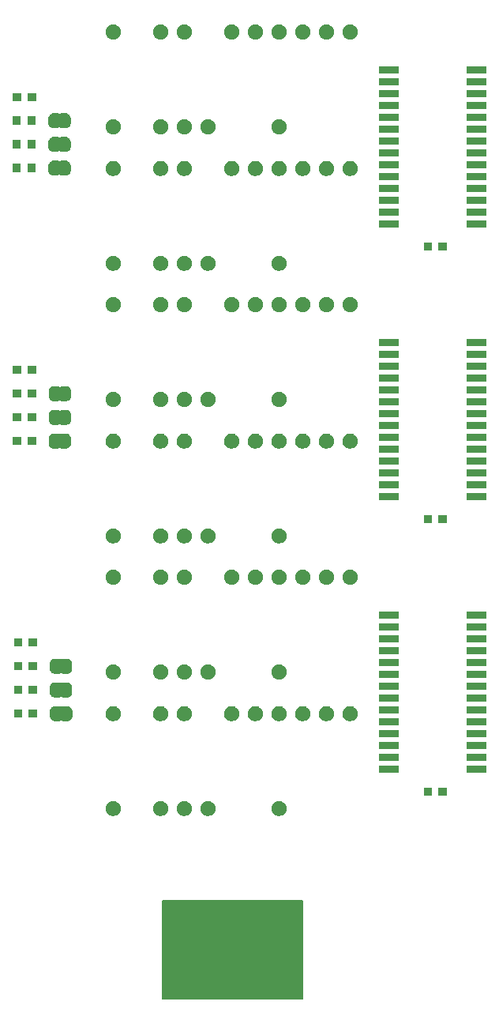
<source format=gbs>
G04 #@! TF.GenerationSoftware,KiCad,Pcbnew,(5.0.2)-1*
G04 #@! TF.CreationDate,2023-09-18T18:41:06+09:00*
G04 #@! TF.ProjectId,Building,4275696c-6469-46e6-972e-6b696361645f,rev?*
G04 #@! TF.SameCoordinates,Original*
G04 #@! TF.FileFunction,Soldermask,Bot*
G04 #@! TF.FilePolarity,Negative*
%FSLAX46Y46*%
G04 Gerber Fmt 4.6, Leading zero omitted, Abs format (unit mm)*
G04 Created by KiCad (PCBNEW (5.0.2)-1) date 2023/09/18 18:41:06*
%MOMM*%
%LPD*%
G01*
G04 APERTURE LIST*
%ADD10C,0.150000*%
%ADD11C,0.100000*%
G04 APERTURE END LIST*
D10*
G36*
X130729000Y-129765500D02*
X145729000Y-129765500D01*
X145729000Y-140265500D01*
X130729000Y-140265500D01*
X130729000Y-129765500D01*
G37*
X130729000Y-129765500D02*
X145729000Y-129765500D01*
X145729000Y-140265500D01*
X130729000Y-140265500D01*
X130729000Y-129765500D01*
D11*
G36*
X139015000Y-140261500D02*
X137443000Y-140261500D01*
X137443000Y-131269500D01*
X139015000Y-131269500D01*
X139015000Y-140261500D01*
X139015000Y-140261500D01*
G37*
G36*
X141555000Y-140261500D02*
X139983000Y-140261500D01*
X139983000Y-131269500D01*
X141555000Y-131269500D01*
X141555000Y-140261500D01*
X141555000Y-140261500D01*
G37*
G36*
X144095000Y-140261500D02*
X142523000Y-140261500D01*
X142523000Y-131269500D01*
X144095000Y-131269500D01*
X144095000Y-140261500D01*
X144095000Y-140261500D01*
G37*
G36*
X136475000Y-140261500D02*
X134903000Y-140261500D01*
X134903000Y-131269500D01*
X136475000Y-131269500D01*
X136475000Y-140261500D01*
X136475000Y-140261500D01*
G37*
G36*
X133935000Y-140261500D02*
X132363000Y-140261500D01*
X132363000Y-131269500D01*
X133935000Y-131269500D01*
X133935000Y-140261500D01*
X133935000Y-140261500D01*
G37*
G36*
X130717142Y-119068242D02*
X130865102Y-119129530D01*
X130998258Y-119218502D01*
X131111498Y-119331742D01*
X131200470Y-119464898D01*
X131261758Y-119612858D01*
X131293000Y-119769925D01*
X131293000Y-119930075D01*
X131261758Y-120087142D01*
X131200470Y-120235102D01*
X131111498Y-120368258D01*
X130998258Y-120481498D01*
X130865102Y-120570470D01*
X130717142Y-120631758D01*
X130560075Y-120663000D01*
X130399925Y-120663000D01*
X130242858Y-120631758D01*
X130094898Y-120570470D01*
X129961742Y-120481498D01*
X129848502Y-120368258D01*
X129759530Y-120235102D01*
X129698242Y-120087142D01*
X129667000Y-119930075D01*
X129667000Y-119769925D01*
X129698242Y-119612858D01*
X129759530Y-119464898D01*
X129848502Y-119331742D01*
X129961742Y-119218502D01*
X130094898Y-119129530D01*
X130242858Y-119068242D01*
X130399925Y-119037000D01*
X130560075Y-119037000D01*
X130717142Y-119068242D01*
X130717142Y-119068242D01*
G37*
G36*
X133257142Y-119068242D02*
X133405102Y-119129530D01*
X133538258Y-119218502D01*
X133651498Y-119331742D01*
X133740470Y-119464898D01*
X133801758Y-119612858D01*
X133833000Y-119769925D01*
X133833000Y-119930075D01*
X133801758Y-120087142D01*
X133740470Y-120235102D01*
X133651498Y-120368258D01*
X133538258Y-120481498D01*
X133405102Y-120570470D01*
X133257142Y-120631758D01*
X133100075Y-120663000D01*
X132939925Y-120663000D01*
X132782858Y-120631758D01*
X132634898Y-120570470D01*
X132501742Y-120481498D01*
X132388502Y-120368258D01*
X132299530Y-120235102D01*
X132238242Y-120087142D01*
X132207000Y-119930075D01*
X132207000Y-119769925D01*
X132238242Y-119612858D01*
X132299530Y-119464898D01*
X132388502Y-119331742D01*
X132501742Y-119218502D01*
X132634898Y-119129530D01*
X132782858Y-119068242D01*
X132939925Y-119037000D01*
X133100075Y-119037000D01*
X133257142Y-119068242D01*
X133257142Y-119068242D01*
G37*
G36*
X135797142Y-119068242D02*
X135945102Y-119129530D01*
X136078258Y-119218502D01*
X136191498Y-119331742D01*
X136280470Y-119464898D01*
X136341758Y-119612858D01*
X136373000Y-119769925D01*
X136373000Y-119930075D01*
X136341758Y-120087142D01*
X136280470Y-120235102D01*
X136191498Y-120368258D01*
X136078258Y-120481498D01*
X135945102Y-120570470D01*
X135797142Y-120631758D01*
X135640075Y-120663000D01*
X135479925Y-120663000D01*
X135322858Y-120631758D01*
X135174898Y-120570470D01*
X135041742Y-120481498D01*
X134928502Y-120368258D01*
X134839530Y-120235102D01*
X134778242Y-120087142D01*
X134747000Y-119930075D01*
X134747000Y-119769925D01*
X134778242Y-119612858D01*
X134839530Y-119464898D01*
X134928502Y-119331742D01*
X135041742Y-119218502D01*
X135174898Y-119129530D01*
X135322858Y-119068242D01*
X135479925Y-119037000D01*
X135640075Y-119037000D01*
X135797142Y-119068242D01*
X135797142Y-119068242D01*
G37*
G36*
X143417142Y-119068242D02*
X143565102Y-119129530D01*
X143698258Y-119218502D01*
X143811498Y-119331742D01*
X143900470Y-119464898D01*
X143961758Y-119612858D01*
X143993000Y-119769925D01*
X143993000Y-119930075D01*
X143961758Y-120087142D01*
X143900470Y-120235102D01*
X143811498Y-120368258D01*
X143698258Y-120481498D01*
X143565102Y-120570470D01*
X143417142Y-120631758D01*
X143260075Y-120663000D01*
X143099925Y-120663000D01*
X142942858Y-120631758D01*
X142794898Y-120570470D01*
X142661742Y-120481498D01*
X142548502Y-120368258D01*
X142459530Y-120235102D01*
X142398242Y-120087142D01*
X142367000Y-119930075D01*
X142367000Y-119769925D01*
X142398242Y-119612858D01*
X142459530Y-119464898D01*
X142548502Y-119331742D01*
X142661742Y-119218502D01*
X142794898Y-119129530D01*
X142942858Y-119068242D01*
X143099925Y-119037000D01*
X143260075Y-119037000D01*
X143417142Y-119068242D01*
X143417142Y-119068242D01*
G37*
G36*
X125637142Y-119068242D02*
X125785102Y-119129530D01*
X125918258Y-119218502D01*
X126031498Y-119331742D01*
X126120470Y-119464898D01*
X126181758Y-119612858D01*
X126213000Y-119769925D01*
X126213000Y-119930075D01*
X126181758Y-120087142D01*
X126120470Y-120235102D01*
X126031498Y-120368258D01*
X125918258Y-120481498D01*
X125785102Y-120570470D01*
X125637142Y-120631758D01*
X125480075Y-120663000D01*
X125319925Y-120663000D01*
X125162858Y-120631758D01*
X125014898Y-120570470D01*
X124881742Y-120481498D01*
X124768502Y-120368258D01*
X124679530Y-120235102D01*
X124618242Y-120087142D01*
X124587000Y-119930075D01*
X124587000Y-119769925D01*
X124618242Y-119612858D01*
X124679530Y-119464898D01*
X124768502Y-119331742D01*
X124881742Y-119218502D01*
X125014898Y-119129530D01*
X125162858Y-119068242D01*
X125319925Y-119037000D01*
X125480075Y-119037000D01*
X125637142Y-119068242D01*
X125637142Y-119068242D01*
G37*
G36*
X159595000Y-118523000D02*
X158693000Y-118523000D01*
X158693000Y-117621000D01*
X159595000Y-117621000D01*
X159595000Y-118523000D01*
X159595000Y-118523000D01*
G37*
G36*
X161195000Y-118523000D02*
X160293000Y-118523000D01*
X160293000Y-117621000D01*
X161195000Y-117621000D01*
X161195000Y-118523000D01*
X161195000Y-118523000D01*
G37*
G36*
X165441000Y-116010000D02*
X163339000Y-116010000D01*
X163339000Y-115308000D01*
X165441000Y-115308000D01*
X165441000Y-116010000D01*
X165441000Y-116010000D01*
G37*
G36*
X156041000Y-116010000D02*
X153939000Y-116010000D01*
X153939000Y-115308000D01*
X156041000Y-115308000D01*
X156041000Y-116010000D01*
X156041000Y-116010000D01*
G37*
G36*
X156041000Y-114740000D02*
X153939000Y-114740000D01*
X153939000Y-114038000D01*
X156041000Y-114038000D01*
X156041000Y-114740000D01*
X156041000Y-114740000D01*
G37*
G36*
X165441000Y-114740000D02*
X163339000Y-114740000D01*
X163339000Y-114038000D01*
X165441000Y-114038000D01*
X165441000Y-114740000D01*
X165441000Y-114740000D01*
G37*
G36*
X156041000Y-113470000D02*
X153939000Y-113470000D01*
X153939000Y-112768000D01*
X156041000Y-112768000D01*
X156041000Y-113470000D01*
X156041000Y-113470000D01*
G37*
G36*
X165441000Y-113470000D02*
X163339000Y-113470000D01*
X163339000Y-112768000D01*
X165441000Y-112768000D01*
X165441000Y-113470000D01*
X165441000Y-113470000D01*
G37*
G36*
X156041000Y-112200000D02*
X153939000Y-112200000D01*
X153939000Y-111498000D01*
X156041000Y-111498000D01*
X156041000Y-112200000D01*
X156041000Y-112200000D01*
G37*
G36*
X165441000Y-112200000D02*
X163339000Y-112200000D01*
X163339000Y-111498000D01*
X165441000Y-111498000D01*
X165441000Y-112200000D01*
X165441000Y-112200000D01*
G37*
G36*
X165441000Y-110930000D02*
X163339000Y-110930000D01*
X163339000Y-110228000D01*
X165441000Y-110228000D01*
X165441000Y-110930000D01*
X165441000Y-110930000D01*
G37*
G36*
X156041000Y-110930000D02*
X153939000Y-110930000D01*
X153939000Y-110228000D01*
X156041000Y-110228000D01*
X156041000Y-110930000D01*
X156041000Y-110930000D01*
G37*
G36*
X140877142Y-108908242D02*
X140963224Y-108943899D01*
X141000490Y-108959335D01*
X141025102Y-108969530D01*
X141028303Y-108971669D01*
X141158257Y-109058501D01*
X141271499Y-109171743D01*
X141283784Y-109190129D01*
X141360470Y-109304898D01*
X141421758Y-109452858D01*
X141453000Y-109609925D01*
X141453000Y-109770075D01*
X141421758Y-109927142D01*
X141396131Y-109989009D01*
X141360471Y-110075100D01*
X141280151Y-110195309D01*
X141271498Y-110208258D01*
X141158258Y-110321498D01*
X141025102Y-110410470D01*
X141025101Y-110410471D01*
X141025100Y-110410471D01*
X140996091Y-110422487D01*
X140877142Y-110471758D01*
X140720075Y-110503000D01*
X140559925Y-110503000D01*
X140402858Y-110471758D01*
X140283909Y-110422487D01*
X140254900Y-110410471D01*
X140254899Y-110410471D01*
X140254898Y-110410470D01*
X140121742Y-110321498D01*
X140008502Y-110208258D01*
X139999850Y-110195309D01*
X139919529Y-110075100D01*
X139883869Y-109989009D01*
X139858242Y-109927142D01*
X139827000Y-109770075D01*
X139827000Y-109609925D01*
X139858242Y-109452858D01*
X139919530Y-109304898D01*
X139996216Y-109190129D01*
X140008501Y-109171743D01*
X140121743Y-109058501D01*
X140251697Y-108971669D01*
X140254898Y-108969530D01*
X140279511Y-108959335D01*
X140316776Y-108943899D01*
X140402858Y-108908242D01*
X140559925Y-108877000D01*
X140720075Y-108877000D01*
X140877142Y-108908242D01*
X140877142Y-108908242D01*
G37*
G36*
X125637142Y-108908242D02*
X125723224Y-108943899D01*
X125760490Y-108959335D01*
X125785102Y-108969530D01*
X125788303Y-108971669D01*
X125918257Y-109058501D01*
X126031499Y-109171743D01*
X126043784Y-109190129D01*
X126120470Y-109304898D01*
X126181758Y-109452858D01*
X126213000Y-109609925D01*
X126213000Y-109770075D01*
X126181758Y-109927142D01*
X126156131Y-109989009D01*
X126120471Y-110075100D01*
X126040151Y-110195309D01*
X126031498Y-110208258D01*
X125918258Y-110321498D01*
X125785102Y-110410470D01*
X125785101Y-110410471D01*
X125785100Y-110410471D01*
X125756091Y-110422487D01*
X125637142Y-110471758D01*
X125480075Y-110503000D01*
X125319925Y-110503000D01*
X125162858Y-110471758D01*
X125043909Y-110422487D01*
X125014900Y-110410471D01*
X125014899Y-110410471D01*
X125014898Y-110410470D01*
X124881742Y-110321498D01*
X124768502Y-110208258D01*
X124759850Y-110195309D01*
X124679529Y-110075100D01*
X124643869Y-109989009D01*
X124618242Y-109927142D01*
X124587000Y-109770075D01*
X124587000Y-109609925D01*
X124618242Y-109452858D01*
X124679530Y-109304898D01*
X124756216Y-109190129D01*
X124768501Y-109171743D01*
X124881743Y-109058501D01*
X125011697Y-108971669D01*
X125014898Y-108969530D01*
X125039511Y-108959335D01*
X125076776Y-108943899D01*
X125162858Y-108908242D01*
X125319925Y-108877000D01*
X125480075Y-108877000D01*
X125637142Y-108908242D01*
X125637142Y-108908242D01*
G37*
G36*
X151037142Y-108908242D02*
X151123224Y-108943899D01*
X151160490Y-108959335D01*
X151185102Y-108969530D01*
X151188303Y-108971669D01*
X151318257Y-109058501D01*
X151431499Y-109171743D01*
X151443784Y-109190129D01*
X151520470Y-109304898D01*
X151581758Y-109452858D01*
X151613000Y-109609925D01*
X151613000Y-109770075D01*
X151581758Y-109927142D01*
X151556131Y-109989009D01*
X151520471Y-110075100D01*
X151440151Y-110195309D01*
X151431498Y-110208258D01*
X151318258Y-110321498D01*
X151185102Y-110410470D01*
X151185101Y-110410471D01*
X151185100Y-110410471D01*
X151156091Y-110422487D01*
X151037142Y-110471758D01*
X150880075Y-110503000D01*
X150719925Y-110503000D01*
X150562858Y-110471758D01*
X150443909Y-110422487D01*
X150414900Y-110410471D01*
X150414899Y-110410471D01*
X150414898Y-110410470D01*
X150281742Y-110321498D01*
X150168502Y-110208258D01*
X150159850Y-110195309D01*
X150079529Y-110075100D01*
X150043869Y-109989009D01*
X150018242Y-109927142D01*
X149987000Y-109770075D01*
X149987000Y-109609925D01*
X150018242Y-109452858D01*
X150079530Y-109304898D01*
X150156216Y-109190129D01*
X150168501Y-109171743D01*
X150281743Y-109058501D01*
X150411697Y-108971669D01*
X150414898Y-108969530D01*
X150439511Y-108959335D01*
X150476776Y-108943899D01*
X150562858Y-108908242D01*
X150719925Y-108877000D01*
X150880075Y-108877000D01*
X151037142Y-108908242D01*
X151037142Y-108908242D01*
G37*
G36*
X148497142Y-108908242D02*
X148583224Y-108943899D01*
X148620490Y-108959335D01*
X148645102Y-108969530D01*
X148648303Y-108971669D01*
X148778257Y-109058501D01*
X148891499Y-109171743D01*
X148903784Y-109190129D01*
X148980470Y-109304898D01*
X149041758Y-109452858D01*
X149073000Y-109609925D01*
X149073000Y-109770075D01*
X149041758Y-109927142D01*
X149016131Y-109989009D01*
X148980471Y-110075100D01*
X148900151Y-110195309D01*
X148891498Y-110208258D01*
X148778258Y-110321498D01*
X148645102Y-110410470D01*
X148645101Y-110410471D01*
X148645100Y-110410471D01*
X148616091Y-110422487D01*
X148497142Y-110471758D01*
X148340075Y-110503000D01*
X148179925Y-110503000D01*
X148022858Y-110471758D01*
X147903909Y-110422487D01*
X147874900Y-110410471D01*
X147874899Y-110410471D01*
X147874898Y-110410470D01*
X147741742Y-110321498D01*
X147628502Y-110208258D01*
X147619850Y-110195309D01*
X147539529Y-110075100D01*
X147503869Y-109989009D01*
X147478242Y-109927142D01*
X147447000Y-109770075D01*
X147447000Y-109609925D01*
X147478242Y-109452858D01*
X147539530Y-109304898D01*
X147616216Y-109190129D01*
X147628501Y-109171743D01*
X147741743Y-109058501D01*
X147871697Y-108971669D01*
X147874898Y-108969530D01*
X147899511Y-108959335D01*
X147936776Y-108943899D01*
X148022858Y-108908242D01*
X148179925Y-108877000D01*
X148340075Y-108877000D01*
X148497142Y-108908242D01*
X148497142Y-108908242D01*
G37*
G36*
X145957142Y-108908242D02*
X146043224Y-108943899D01*
X146080490Y-108959335D01*
X146105102Y-108969530D01*
X146108303Y-108971669D01*
X146238257Y-109058501D01*
X146351499Y-109171743D01*
X146363784Y-109190129D01*
X146440470Y-109304898D01*
X146501758Y-109452858D01*
X146533000Y-109609925D01*
X146533000Y-109770075D01*
X146501758Y-109927142D01*
X146476131Y-109989009D01*
X146440471Y-110075100D01*
X146360151Y-110195309D01*
X146351498Y-110208258D01*
X146238258Y-110321498D01*
X146105102Y-110410470D01*
X146105101Y-110410471D01*
X146105100Y-110410471D01*
X146076091Y-110422487D01*
X145957142Y-110471758D01*
X145800075Y-110503000D01*
X145639925Y-110503000D01*
X145482858Y-110471758D01*
X145363909Y-110422487D01*
X145334900Y-110410471D01*
X145334899Y-110410471D01*
X145334898Y-110410470D01*
X145201742Y-110321498D01*
X145088502Y-110208258D01*
X145079850Y-110195309D01*
X144999529Y-110075100D01*
X144963869Y-109989009D01*
X144938242Y-109927142D01*
X144907000Y-109770075D01*
X144907000Y-109609925D01*
X144938242Y-109452858D01*
X144999530Y-109304898D01*
X145076216Y-109190129D01*
X145088501Y-109171743D01*
X145201743Y-109058501D01*
X145331697Y-108971669D01*
X145334898Y-108969530D01*
X145359511Y-108959335D01*
X145396776Y-108943899D01*
X145482858Y-108908242D01*
X145639925Y-108877000D01*
X145800075Y-108877000D01*
X145957142Y-108908242D01*
X145957142Y-108908242D01*
G37*
G36*
X130717142Y-108908242D02*
X130803224Y-108943899D01*
X130840490Y-108959335D01*
X130865102Y-108969530D01*
X130868303Y-108971669D01*
X130998257Y-109058501D01*
X131111499Y-109171743D01*
X131123784Y-109190129D01*
X131200470Y-109304898D01*
X131261758Y-109452858D01*
X131293000Y-109609925D01*
X131293000Y-109770075D01*
X131261758Y-109927142D01*
X131236131Y-109989009D01*
X131200471Y-110075100D01*
X131120151Y-110195309D01*
X131111498Y-110208258D01*
X130998258Y-110321498D01*
X130865102Y-110410470D01*
X130865101Y-110410471D01*
X130865100Y-110410471D01*
X130836091Y-110422487D01*
X130717142Y-110471758D01*
X130560075Y-110503000D01*
X130399925Y-110503000D01*
X130242858Y-110471758D01*
X130123909Y-110422487D01*
X130094900Y-110410471D01*
X130094899Y-110410471D01*
X130094898Y-110410470D01*
X129961742Y-110321498D01*
X129848502Y-110208258D01*
X129839850Y-110195309D01*
X129759529Y-110075100D01*
X129723869Y-109989009D01*
X129698242Y-109927142D01*
X129667000Y-109770075D01*
X129667000Y-109609925D01*
X129698242Y-109452858D01*
X129759530Y-109304898D01*
X129836216Y-109190129D01*
X129848501Y-109171743D01*
X129961743Y-109058501D01*
X130091697Y-108971669D01*
X130094898Y-108969530D01*
X130119511Y-108959335D01*
X130156776Y-108943899D01*
X130242858Y-108908242D01*
X130399925Y-108877000D01*
X130560075Y-108877000D01*
X130717142Y-108908242D01*
X130717142Y-108908242D01*
G37*
G36*
X143417142Y-108908242D02*
X143503224Y-108943899D01*
X143540490Y-108959335D01*
X143565102Y-108969530D01*
X143568303Y-108971669D01*
X143698257Y-109058501D01*
X143811499Y-109171743D01*
X143823784Y-109190129D01*
X143900470Y-109304898D01*
X143961758Y-109452858D01*
X143993000Y-109609925D01*
X143993000Y-109770075D01*
X143961758Y-109927142D01*
X143936131Y-109989009D01*
X143900471Y-110075100D01*
X143820151Y-110195309D01*
X143811498Y-110208258D01*
X143698258Y-110321498D01*
X143565102Y-110410470D01*
X143565101Y-110410471D01*
X143565100Y-110410471D01*
X143536091Y-110422487D01*
X143417142Y-110471758D01*
X143260075Y-110503000D01*
X143099925Y-110503000D01*
X142942858Y-110471758D01*
X142823909Y-110422487D01*
X142794900Y-110410471D01*
X142794899Y-110410471D01*
X142794898Y-110410470D01*
X142661742Y-110321498D01*
X142548502Y-110208258D01*
X142539850Y-110195309D01*
X142459529Y-110075100D01*
X142423869Y-109989009D01*
X142398242Y-109927142D01*
X142367000Y-109770075D01*
X142367000Y-109609925D01*
X142398242Y-109452858D01*
X142459530Y-109304898D01*
X142536216Y-109190129D01*
X142548501Y-109171743D01*
X142661743Y-109058501D01*
X142791697Y-108971669D01*
X142794898Y-108969530D01*
X142819511Y-108959335D01*
X142856776Y-108943899D01*
X142942858Y-108908242D01*
X143099925Y-108877000D01*
X143260075Y-108877000D01*
X143417142Y-108908242D01*
X143417142Y-108908242D01*
G37*
G36*
X138337142Y-108908242D02*
X138423224Y-108943899D01*
X138460490Y-108959335D01*
X138485102Y-108969530D01*
X138488303Y-108971669D01*
X138618257Y-109058501D01*
X138731499Y-109171743D01*
X138743784Y-109190129D01*
X138820470Y-109304898D01*
X138881758Y-109452858D01*
X138913000Y-109609925D01*
X138913000Y-109770075D01*
X138881758Y-109927142D01*
X138856131Y-109989009D01*
X138820471Y-110075100D01*
X138740151Y-110195309D01*
X138731498Y-110208258D01*
X138618258Y-110321498D01*
X138485102Y-110410470D01*
X138485101Y-110410471D01*
X138485100Y-110410471D01*
X138456091Y-110422487D01*
X138337142Y-110471758D01*
X138180075Y-110503000D01*
X138019925Y-110503000D01*
X137862858Y-110471758D01*
X137743909Y-110422487D01*
X137714900Y-110410471D01*
X137714899Y-110410471D01*
X137714898Y-110410470D01*
X137581742Y-110321498D01*
X137468502Y-110208258D01*
X137459850Y-110195309D01*
X137379529Y-110075100D01*
X137343869Y-109989009D01*
X137318242Y-109927142D01*
X137287000Y-109770075D01*
X137287000Y-109609925D01*
X137318242Y-109452858D01*
X137379530Y-109304898D01*
X137456216Y-109190129D01*
X137468501Y-109171743D01*
X137581743Y-109058501D01*
X137711697Y-108971669D01*
X137714898Y-108969530D01*
X137739511Y-108959335D01*
X137776776Y-108943899D01*
X137862858Y-108908242D01*
X138019925Y-108877000D01*
X138180075Y-108877000D01*
X138337142Y-108908242D01*
X138337142Y-108908242D01*
G37*
G36*
X133257142Y-108908242D02*
X133343224Y-108943899D01*
X133380490Y-108959335D01*
X133405102Y-108969530D01*
X133408303Y-108971669D01*
X133538257Y-109058501D01*
X133651499Y-109171743D01*
X133663784Y-109190129D01*
X133740470Y-109304898D01*
X133801758Y-109452858D01*
X133833000Y-109609925D01*
X133833000Y-109770075D01*
X133801758Y-109927142D01*
X133776131Y-109989009D01*
X133740471Y-110075100D01*
X133660151Y-110195309D01*
X133651498Y-110208258D01*
X133538258Y-110321498D01*
X133405102Y-110410470D01*
X133405101Y-110410471D01*
X133405100Y-110410471D01*
X133376091Y-110422487D01*
X133257142Y-110471758D01*
X133100075Y-110503000D01*
X132939925Y-110503000D01*
X132782858Y-110471758D01*
X132663909Y-110422487D01*
X132634900Y-110410471D01*
X132634899Y-110410471D01*
X132634898Y-110410470D01*
X132501742Y-110321498D01*
X132388502Y-110208258D01*
X132379850Y-110195309D01*
X132299529Y-110075100D01*
X132263869Y-109989009D01*
X132238242Y-109927142D01*
X132207000Y-109770075D01*
X132207000Y-109609925D01*
X132238242Y-109452858D01*
X132299530Y-109304898D01*
X132376216Y-109190129D01*
X132388501Y-109171743D01*
X132501743Y-109058501D01*
X132631697Y-108971669D01*
X132634898Y-108969530D01*
X132659511Y-108959335D01*
X132696776Y-108943899D01*
X132782858Y-108908242D01*
X132939925Y-108877000D01*
X133100075Y-108877000D01*
X133257142Y-108908242D01*
X133257142Y-108908242D01*
G37*
G36*
X119671999Y-108889737D02*
X119681611Y-108892653D01*
X119690469Y-108897388D01*
X119698237Y-108903763D01*
X119708446Y-108916202D01*
X119715372Y-108926568D01*
X119732698Y-108943895D01*
X119753073Y-108957510D01*
X119775711Y-108966888D01*
X119799745Y-108971669D01*
X119824249Y-108971669D01*
X119848283Y-108966889D01*
X119870922Y-108957513D01*
X119891297Y-108943899D01*
X119908624Y-108926573D01*
X119915552Y-108916204D01*
X119925763Y-108903763D01*
X119933531Y-108897388D01*
X119942389Y-108892653D01*
X119952001Y-108889737D01*
X119968140Y-108888148D01*
X120455860Y-108888148D01*
X120474198Y-108889954D01*
X120486450Y-108890556D01*
X120504869Y-108890556D01*
X120527149Y-108892750D01*
X120611236Y-108909476D01*
X120632655Y-108915974D01*
X120711871Y-108948785D01*
X120731607Y-108959335D01*
X120802897Y-109006969D01*
X120820208Y-109021176D01*
X120880824Y-109081792D01*
X120895031Y-109099103D01*
X120942665Y-109170393D01*
X120953215Y-109190129D01*
X120986026Y-109269345D01*
X120992524Y-109290764D01*
X121009250Y-109374851D01*
X121011444Y-109397131D01*
X121011444Y-109415550D01*
X121012046Y-109427802D01*
X121013852Y-109446140D01*
X121013852Y-109933861D01*
X121012046Y-109952198D01*
X121011444Y-109964450D01*
X121011444Y-109982869D01*
X121009250Y-110005149D01*
X120992524Y-110089236D01*
X120986026Y-110110655D01*
X120953215Y-110189871D01*
X120942665Y-110209607D01*
X120895031Y-110280897D01*
X120880824Y-110298208D01*
X120820208Y-110358824D01*
X120802897Y-110373031D01*
X120731607Y-110420665D01*
X120711871Y-110431215D01*
X120632655Y-110464026D01*
X120611236Y-110470524D01*
X120527149Y-110487250D01*
X120504869Y-110489444D01*
X120486450Y-110489444D01*
X120474198Y-110490046D01*
X120455861Y-110491852D01*
X119968140Y-110491852D01*
X119952001Y-110490263D01*
X119942389Y-110487347D01*
X119933531Y-110482612D01*
X119925763Y-110476237D01*
X119915554Y-110463798D01*
X119908628Y-110453432D01*
X119891302Y-110436105D01*
X119870927Y-110422490D01*
X119848289Y-110413112D01*
X119824255Y-110408331D01*
X119799751Y-110408331D01*
X119775717Y-110413111D01*
X119753078Y-110422487D01*
X119732703Y-110436101D01*
X119715376Y-110453427D01*
X119708448Y-110463796D01*
X119698237Y-110476237D01*
X119690469Y-110482612D01*
X119681611Y-110487347D01*
X119671999Y-110490263D01*
X119655860Y-110491852D01*
X119168139Y-110491852D01*
X119149802Y-110490046D01*
X119137550Y-110489444D01*
X119119131Y-110489444D01*
X119096851Y-110487250D01*
X119012764Y-110470524D01*
X118991345Y-110464026D01*
X118912129Y-110431215D01*
X118892393Y-110420665D01*
X118821103Y-110373031D01*
X118803792Y-110358824D01*
X118743176Y-110298208D01*
X118728969Y-110280897D01*
X118681335Y-110209607D01*
X118670785Y-110189871D01*
X118637974Y-110110655D01*
X118631476Y-110089236D01*
X118614750Y-110005149D01*
X118612556Y-109982869D01*
X118612556Y-109964450D01*
X118611954Y-109952198D01*
X118610148Y-109933861D01*
X118610148Y-109446140D01*
X118611954Y-109427802D01*
X118612556Y-109415550D01*
X118612556Y-109397131D01*
X118614750Y-109374851D01*
X118631476Y-109290764D01*
X118637974Y-109269345D01*
X118670785Y-109190129D01*
X118681335Y-109170393D01*
X118728969Y-109099103D01*
X118743176Y-109081792D01*
X118803792Y-109021176D01*
X118821103Y-109006969D01*
X118892393Y-108959335D01*
X118912129Y-108948785D01*
X118991345Y-108915974D01*
X119012764Y-108909476D01*
X119096851Y-108892750D01*
X119119131Y-108890556D01*
X119137550Y-108890556D01*
X119149802Y-108889954D01*
X119168140Y-108888148D01*
X119655860Y-108888148D01*
X119671999Y-108889737D01*
X119671999Y-108889737D01*
G37*
G36*
X115653000Y-110141000D02*
X114751000Y-110141000D01*
X114751000Y-109239000D01*
X115653000Y-109239000D01*
X115653000Y-110141000D01*
X115653000Y-110141000D01*
G37*
G36*
X117253000Y-110141000D02*
X116351000Y-110141000D01*
X116351000Y-109239000D01*
X117253000Y-109239000D01*
X117253000Y-110141000D01*
X117253000Y-110141000D01*
G37*
G36*
X156041000Y-109660000D02*
X153939000Y-109660000D01*
X153939000Y-108958000D01*
X156041000Y-108958000D01*
X156041000Y-109660000D01*
X156041000Y-109660000D01*
G37*
G36*
X165441000Y-109660000D02*
X163339000Y-109660000D01*
X163339000Y-108958000D01*
X165441000Y-108958000D01*
X165441000Y-109660000D01*
X165441000Y-109660000D01*
G37*
G36*
X156041000Y-108390000D02*
X153939000Y-108390000D01*
X153939000Y-107688000D01*
X156041000Y-107688000D01*
X156041000Y-108390000D01*
X156041000Y-108390000D01*
G37*
G36*
X165441000Y-108390000D02*
X163339000Y-108390000D01*
X163339000Y-107688000D01*
X165441000Y-107688000D01*
X165441000Y-108390000D01*
X165441000Y-108390000D01*
G37*
G36*
X119656999Y-106349737D02*
X119666611Y-106352653D01*
X119675469Y-106357388D01*
X119683237Y-106363763D01*
X119693446Y-106376202D01*
X119700372Y-106386568D01*
X119717698Y-106403895D01*
X119738073Y-106417510D01*
X119760711Y-106426888D01*
X119784745Y-106431669D01*
X119809249Y-106431669D01*
X119833283Y-106426889D01*
X119855922Y-106417513D01*
X119876297Y-106403899D01*
X119893624Y-106386573D01*
X119900552Y-106376204D01*
X119910763Y-106363763D01*
X119918531Y-106357388D01*
X119927389Y-106352653D01*
X119937001Y-106349737D01*
X119953140Y-106348148D01*
X120440860Y-106348148D01*
X120459198Y-106349954D01*
X120471450Y-106350556D01*
X120489869Y-106350556D01*
X120512149Y-106352750D01*
X120596236Y-106369476D01*
X120617655Y-106375974D01*
X120696871Y-106408785D01*
X120716607Y-106419335D01*
X120787897Y-106466969D01*
X120805208Y-106481176D01*
X120865824Y-106541792D01*
X120880031Y-106559103D01*
X120927665Y-106630393D01*
X120938215Y-106650129D01*
X120971026Y-106729345D01*
X120977524Y-106750764D01*
X120994250Y-106834851D01*
X120996444Y-106857131D01*
X120996444Y-106875550D01*
X120997046Y-106887802D01*
X120998852Y-106906140D01*
X120998852Y-107393861D01*
X120997046Y-107412198D01*
X120996444Y-107424450D01*
X120996444Y-107442869D01*
X120994250Y-107465149D01*
X120977524Y-107549236D01*
X120971026Y-107570655D01*
X120938215Y-107649871D01*
X120927665Y-107669607D01*
X120880031Y-107740897D01*
X120865824Y-107758208D01*
X120805208Y-107818824D01*
X120787897Y-107833031D01*
X120716607Y-107880665D01*
X120696871Y-107891215D01*
X120617655Y-107924026D01*
X120596236Y-107930524D01*
X120512149Y-107947250D01*
X120489869Y-107949444D01*
X120471450Y-107949444D01*
X120459198Y-107950046D01*
X120440861Y-107951852D01*
X119953140Y-107951852D01*
X119937001Y-107950263D01*
X119927389Y-107947347D01*
X119918531Y-107942612D01*
X119910763Y-107936237D01*
X119900554Y-107923798D01*
X119893628Y-107913432D01*
X119876302Y-107896105D01*
X119855927Y-107882490D01*
X119833289Y-107873112D01*
X119809255Y-107868331D01*
X119784751Y-107868331D01*
X119760717Y-107873111D01*
X119738078Y-107882487D01*
X119717703Y-107896101D01*
X119700376Y-107913427D01*
X119693448Y-107923796D01*
X119683237Y-107936237D01*
X119675469Y-107942612D01*
X119666611Y-107947347D01*
X119656999Y-107950263D01*
X119640860Y-107951852D01*
X119153139Y-107951852D01*
X119134802Y-107950046D01*
X119122550Y-107949444D01*
X119104131Y-107949444D01*
X119081851Y-107947250D01*
X118997764Y-107930524D01*
X118976345Y-107924026D01*
X118897129Y-107891215D01*
X118877393Y-107880665D01*
X118806103Y-107833031D01*
X118788792Y-107818824D01*
X118728176Y-107758208D01*
X118713969Y-107740897D01*
X118666335Y-107669607D01*
X118655785Y-107649871D01*
X118622974Y-107570655D01*
X118616476Y-107549236D01*
X118599750Y-107465149D01*
X118597556Y-107442869D01*
X118597556Y-107424450D01*
X118596954Y-107412198D01*
X118595148Y-107393861D01*
X118595148Y-106906140D01*
X118596954Y-106887802D01*
X118597556Y-106875550D01*
X118597556Y-106857131D01*
X118599750Y-106834851D01*
X118616476Y-106750764D01*
X118622974Y-106729345D01*
X118655785Y-106650129D01*
X118666335Y-106630393D01*
X118713969Y-106559103D01*
X118728176Y-106541792D01*
X118788792Y-106481176D01*
X118806103Y-106466969D01*
X118877393Y-106419335D01*
X118897129Y-106408785D01*
X118976345Y-106375974D01*
X118997764Y-106369476D01*
X119081851Y-106352750D01*
X119104131Y-106350556D01*
X119122550Y-106350556D01*
X119134802Y-106349954D01*
X119153140Y-106348148D01*
X119640860Y-106348148D01*
X119656999Y-106349737D01*
X119656999Y-106349737D01*
G37*
G36*
X117253000Y-107601000D02*
X116351000Y-107601000D01*
X116351000Y-106699000D01*
X117253000Y-106699000D01*
X117253000Y-107601000D01*
X117253000Y-107601000D01*
G37*
G36*
X115653000Y-107601000D02*
X114751000Y-107601000D01*
X114751000Y-106699000D01*
X115653000Y-106699000D01*
X115653000Y-107601000D01*
X115653000Y-107601000D01*
G37*
G36*
X156041000Y-107120000D02*
X153939000Y-107120000D01*
X153939000Y-106418000D01*
X156041000Y-106418000D01*
X156041000Y-107120000D01*
X156041000Y-107120000D01*
G37*
G36*
X165441000Y-107120000D02*
X163339000Y-107120000D01*
X163339000Y-106418000D01*
X165441000Y-106418000D01*
X165441000Y-107120000D01*
X165441000Y-107120000D01*
G37*
G36*
X130717142Y-104463242D02*
X130865102Y-104524530D01*
X130998258Y-104613502D01*
X131111498Y-104726742D01*
X131200470Y-104859898D01*
X131261758Y-105007858D01*
X131293000Y-105164925D01*
X131293000Y-105325075D01*
X131261758Y-105482142D01*
X131200470Y-105630102D01*
X131111498Y-105763258D01*
X130998258Y-105876498D01*
X130865102Y-105965470D01*
X130717142Y-106026758D01*
X130560075Y-106058000D01*
X130399925Y-106058000D01*
X130242858Y-106026758D01*
X130094898Y-105965470D01*
X129961742Y-105876498D01*
X129848502Y-105763258D01*
X129759530Y-105630102D01*
X129698242Y-105482142D01*
X129667000Y-105325075D01*
X129667000Y-105164925D01*
X129698242Y-105007858D01*
X129759530Y-104859898D01*
X129848502Y-104726742D01*
X129961742Y-104613502D01*
X130094898Y-104524530D01*
X130242858Y-104463242D01*
X130399925Y-104432000D01*
X130560075Y-104432000D01*
X130717142Y-104463242D01*
X130717142Y-104463242D01*
G37*
G36*
X125637142Y-104463242D02*
X125785102Y-104524530D01*
X125918258Y-104613502D01*
X126031498Y-104726742D01*
X126120470Y-104859898D01*
X126181758Y-105007858D01*
X126213000Y-105164925D01*
X126213000Y-105325075D01*
X126181758Y-105482142D01*
X126120470Y-105630102D01*
X126031498Y-105763258D01*
X125918258Y-105876498D01*
X125785102Y-105965470D01*
X125637142Y-106026758D01*
X125480075Y-106058000D01*
X125319925Y-106058000D01*
X125162858Y-106026758D01*
X125014898Y-105965470D01*
X124881742Y-105876498D01*
X124768502Y-105763258D01*
X124679530Y-105630102D01*
X124618242Y-105482142D01*
X124587000Y-105325075D01*
X124587000Y-105164925D01*
X124618242Y-105007858D01*
X124679530Y-104859898D01*
X124768502Y-104726742D01*
X124881742Y-104613502D01*
X125014898Y-104524530D01*
X125162858Y-104463242D01*
X125319925Y-104432000D01*
X125480075Y-104432000D01*
X125637142Y-104463242D01*
X125637142Y-104463242D01*
G37*
G36*
X135797142Y-104463242D02*
X135945102Y-104524530D01*
X136078258Y-104613502D01*
X136191498Y-104726742D01*
X136280470Y-104859898D01*
X136341758Y-105007858D01*
X136373000Y-105164925D01*
X136373000Y-105325075D01*
X136341758Y-105482142D01*
X136280470Y-105630102D01*
X136191498Y-105763258D01*
X136078258Y-105876498D01*
X135945102Y-105965470D01*
X135797142Y-106026758D01*
X135640075Y-106058000D01*
X135479925Y-106058000D01*
X135322858Y-106026758D01*
X135174898Y-105965470D01*
X135041742Y-105876498D01*
X134928502Y-105763258D01*
X134839530Y-105630102D01*
X134778242Y-105482142D01*
X134747000Y-105325075D01*
X134747000Y-105164925D01*
X134778242Y-105007858D01*
X134839530Y-104859898D01*
X134928502Y-104726742D01*
X135041742Y-104613502D01*
X135174898Y-104524530D01*
X135322858Y-104463242D01*
X135479925Y-104432000D01*
X135640075Y-104432000D01*
X135797142Y-104463242D01*
X135797142Y-104463242D01*
G37*
G36*
X143417142Y-104463242D02*
X143565102Y-104524530D01*
X143698258Y-104613502D01*
X143811498Y-104726742D01*
X143900470Y-104859898D01*
X143961758Y-105007858D01*
X143993000Y-105164925D01*
X143993000Y-105325075D01*
X143961758Y-105482142D01*
X143900470Y-105630102D01*
X143811498Y-105763258D01*
X143698258Y-105876498D01*
X143565102Y-105965470D01*
X143417142Y-106026758D01*
X143260075Y-106058000D01*
X143099925Y-106058000D01*
X142942858Y-106026758D01*
X142794898Y-105965470D01*
X142661742Y-105876498D01*
X142548502Y-105763258D01*
X142459530Y-105630102D01*
X142398242Y-105482142D01*
X142367000Y-105325075D01*
X142367000Y-105164925D01*
X142398242Y-105007858D01*
X142459530Y-104859898D01*
X142548502Y-104726742D01*
X142661742Y-104613502D01*
X142794898Y-104524530D01*
X142942858Y-104463242D01*
X143099925Y-104432000D01*
X143260075Y-104432000D01*
X143417142Y-104463242D01*
X143417142Y-104463242D01*
G37*
G36*
X133257142Y-104463242D02*
X133405102Y-104524530D01*
X133538258Y-104613502D01*
X133651498Y-104726742D01*
X133740470Y-104859898D01*
X133801758Y-105007858D01*
X133833000Y-105164925D01*
X133833000Y-105325075D01*
X133801758Y-105482142D01*
X133740470Y-105630102D01*
X133651498Y-105763258D01*
X133538258Y-105876498D01*
X133405102Y-105965470D01*
X133257142Y-106026758D01*
X133100075Y-106058000D01*
X132939925Y-106058000D01*
X132782858Y-106026758D01*
X132634898Y-105965470D01*
X132501742Y-105876498D01*
X132388502Y-105763258D01*
X132299530Y-105630102D01*
X132238242Y-105482142D01*
X132207000Y-105325075D01*
X132207000Y-105164925D01*
X132238242Y-105007858D01*
X132299530Y-104859898D01*
X132388502Y-104726742D01*
X132501742Y-104613502D01*
X132634898Y-104524530D01*
X132782858Y-104463242D01*
X132939925Y-104432000D01*
X133100075Y-104432000D01*
X133257142Y-104463242D01*
X133257142Y-104463242D01*
G37*
G36*
X165441000Y-105850000D02*
X163339000Y-105850000D01*
X163339000Y-105148000D01*
X165441000Y-105148000D01*
X165441000Y-105850000D01*
X165441000Y-105850000D01*
G37*
G36*
X156041000Y-105850000D02*
X153939000Y-105850000D01*
X153939000Y-105148000D01*
X156041000Y-105148000D01*
X156041000Y-105850000D01*
X156041000Y-105850000D01*
G37*
G36*
X119656999Y-103809737D02*
X119666611Y-103812653D01*
X119675469Y-103817388D01*
X119683237Y-103823763D01*
X119693446Y-103836202D01*
X119700372Y-103846568D01*
X119717698Y-103863895D01*
X119738073Y-103877510D01*
X119760711Y-103886888D01*
X119784745Y-103891669D01*
X119809249Y-103891669D01*
X119833283Y-103886889D01*
X119855922Y-103877513D01*
X119876297Y-103863899D01*
X119893624Y-103846573D01*
X119900552Y-103836204D01*
X119910763Y-103823763D01*
X119918531Y-103817388D01*
X119927389Y-103812653D01*
X119937001Y-103809737D01*
X119953140Y-103808148D01*
X120440860Y-103808148D01*
X120459198Y-103809954D01*
X120471450Y-103810556D01*
X120489869Y-103810556D01*
X120512149Y-103812750D01*
X120596236Y-103829476D01*
X120617655Y-103835974D01*
X120696871Y-103868785D01*
X120716607Y-103879335D01*
X120787897Y-103926969D01*
X120805208Y-103941176D01*
X120865824Y-104001792D01*
X120880031Y-104019103D01*
X120927665Y-104090393D01*
X120938215Y-104110129D01*
X120971026Y-104189345D01*
X120977524Y-104210764D01*
X120994250Y-104294851D01*
X120996444Y-104317131D01*
X120996444Y-104335550D01*
X120997046Y-104347802D01*
X120998852Y-104366140D01*
X120998852Y-104853861D01*
X120997046Y-104872198D01*
X120996444Y-104884450D01*
X120996444Y-104902869D01*
X120994250Y-104925149D01*
X120977524Y-105009236D01*
X120971026Y-105030655D01*
X120938215Y-105109871D01*
X120927665Y-105129607D01*
X120880031Y-105200897D01*
X120865824Y-105218208D01*
X120805208Y-105278824D01*
X120787897Y-105293031D01*
X120716607Y-105340665D01*
X120696871Y-105351215D01*
X120617655Y-105384026D01*
X120596236Y-105390524D01*
X120512149Y-105407250D01*
X120489869Y-105409444D01*
X120471450Y-105409444D01*
X120459198Y-105410046D01*
X120440861Y-105411852D01*
X119953140Y-105411852D01*
X119937001Y-105410263D01*
X119927389Y-105407347D01*
X119918531Y-105402612D01*
X119910763Y-105396237D01*
X119900554Y-105383798D01*
X119893628Y-105373432D01*
X119876302Y-105356105D01*
X119855927Y-105342490D01*
X119833289Y-105333112D01*
X119809255Y-105328331D01*
X119784751Y-105328331D01*
X119760717Y-105333111D01*
X119738078Y-105342487D01*
X119717703Y-105356101D01*
X119700376Y-105373427D01*
X119693448Y-105383796D01*
X119683237Y-105396237D01*
X119675469Y-105402612D01*
X119666611Y-105407347D01*
X119656999Y-105410263D01*
X119640860Y-105411852D01*
X119153139Y-105411852D01*
X119134802Y-105410046D01*
X119122550Y-105409444D01*
X119104131Y-105409444D01*
X119081851Y-105407250D01*
X118997764Y-105390524D01*
X118976345Y-105384026D01*
X118897129Y-105351215D01*
X118877393Y-105340665D01*
X118806103Y-105293031D01*
X118788792Y-105278824D01*
X118728176Y-105218208D01*
X118713969Y-105200897D01*
X118666335Y-105129607D01*
X118655785Y-105109871D01*
X118622974Y-105030655D01*
X118616476Y-105009236D01*
X118599750Y-104925149D01*
X118597556Y-104902869D01*
X118597556Y-104884450D01*
X118596954Y-104872198D01*
X118595148Y-104853861D01*
X118595148Y-104366140D01*
X118596954Y-104347802D01*
X118597556Y-104335550D01*
X118597556Y-104317131D01*
X118599750Y-104294851D01*
X118616476Y-104210764D01*
X118622974Y-104189345D01*
X118655785Y-104110129D01*
X118666335Y-104090393D01*
X118713969Y-104019103D01*
X118728176Y-104001792D01*
X118788792Y-103941176D01*
X118806103Y-103926969D01*
X118877393Y-103879335D01*
X118897129Y-103868785D01*
X118976345Y-103835974D01*
X118997764Y-103829476D01*
X119081851Y-103812750D01*
X119104131Y-103810556D01*
X119122550Y-103810556D01*
X119134802Y-103809954D01*
X119153140Y-103808148D01*
X119640860Y-103808148D01*
X119656999Y-103809737D01*
X119656999Y-103809737D01*
G37*
G36*
X115653000Y-105061000D02*
X114751000Y-105061000D01*
X114751000Y-104159000D01*
X115653000Y-104159000D01*
X115653000Y-105061000D01*
X115653000Y-105061000D01*
G37*
G36*
X117253000Y-105061000D02*
X116351000Y-105061000D01*
X116351000Y-104159000D01*
X117253000Y-104159000D01*
X117253000Y-105061000D01*
X117253000Y-105061000D01*
G37*
G36*
X156041000Y-104580000D02*
X153939000Y-104580000D01*
X153939000Y-103878000D01*
X156041000Y-103878000D01*
X156041000Y-104580000D01*
X156041000Y-104580000D01*
G37*
G36*
X165441000Y-104580000D02*
X163339000Y-104580000D01*
X163339000Y-103878000D01*
X165441000Y-103878000D01*
X165441000Y-104580000D01*
X165441000Y-104580000D01*
G37*
G36*
X165441000Y-103310000D02*
X163339000Y-103310000D01*
X163339000Y-102608000D01*
X165441000Y-102608000D01*
X165441000Y-103310000D01*
X165441000Y-103310000D01*
G37*
G36*
X156041000Y-103310000D02*
X153939000Y-103310000D01*
X153939000Y-102608000D01*
X156041000Y-102608000D01*
X156041000Y-103310000D01*
X156041000Y-103310000D01*
G37*
G36*
X117253000Y-102521000D02*
X116351000Y-102521000D01*
X116351000Y-101619000D01*
X117253000Y-101619000D01*
X117253000Y-102521000D01*
X117253000Y-102521000D01*
G37*
G36*
X115653000Y-102521000D02*
X114751000Y-102521000D01*
X114751000Y-101619000D01*
X115653000Y-101619000D01*
X115653000Y-102521000D01*
X115653000Y-102521000D01*
G37*
G36*
X165441000Y-102040000D02*
X163339000Y-102040000D01*
X163339000Y-101338000D01*
X165441000Y-101338000D01*
X165441000Y-102040000D01*
X165441000Y-102040000D01*
G37*
G36*
X156041000Y-102040000D02*
X153939000Y-102040000D01*
X153939000Y-101338000D01*
X156041000Y-101338000D01*
X156041000Y-102040000D01*
X156041000Y-102040000D01*
G37*
G36*
X165441000Y-100770000D02*
X163339000Y-100770000D01*
X163339000Y-100068000D01*
X165441000Y-100068000D01*
X165441000Y-100770000D01*
X165441000Y-100770000D01*
G37*
G36*
X156041000Y-100770000D02*
X153939000Y-100770000D01*
X153939000Y-100068000D01*
X156041000Y-100068000D01*
X156041000Y-100770000D01*
X156041000Y-100770000D01*
G37*
G36*
X165441000Y-99500000D02*
X163339000Y-99500000D01*
X163339000Y-98798000D01*
X165441000Y-98798000D01*
X165441000Y-99500000D01*
X165441000Y-99500000D01*
G37*
G36*
X156041000Y-99500000D02*
X153939000Y-99500000D01*
X153939000Y-98798000D01*
X156041000Y-98798000D01*
X156041000Y-99500000D01*
X156041000Y-99500000D01*
G37*
G36*
X125637142Y-94303242D02*
X125785102Y-94364530D01*
X125918258Y-94453502D01*
X126031498Y-94566742D01*
X126120470Y-94699898D01*
X126181758Y-94847858D01*
X126213000Y-95004925D01*
X126213000Y-95165075D01*
X126181758Y-95322142D01*
X126120470Y-95470102D01*
X126031498Y-95603258D01*
X125918258Y-95716498D01*
X125785102Y-95805470D01*
X125637142Y-95866758D01*
X125480075Y-95898000D01*
X125319925Y-95898000D01*
X125162858Y-95866758D01*
X125014898Y-95805470D01*
X124881742Y-95716498D01*
X124768502Y-95603258D01*
X124679530Y-95470102D01*
X124618242Y-95322142D01*
X124587000Y-95165075D01*
X124587000Y-95004925D01*
X124618242Y-94847858D01*
X124679530Y-94699898D01*
X124768502Y-94566742D01*
X124881742Y-94453502D01*
X125014898Y-94364530D01*
X125162858Y-94303242D01*
X125319925Y-94272000D01*
X125480075Y-94272000D01*
X125637142Y-94303242D01*
X125637142Y-94303242D01*
G37*
G36*
X151037142Y-94303242D02*
X151185102Y-94364530D01*
X151318258Y-94453502D01*
X151431498Y-94566742D01*
X151520470Y-94699898D01*
X151581758Y-94847858D01*
X151613000Y-95004925D01*
X151613000Y-95165075D01*
X151581758Y-95322142D01*
X151520470Y-95470102D01*
X151431498Y-95603258D01*
X151318258Y-95716498D01*
X151185102Y-95805470D01*
X151037142Y-95866758D01*
X150880075Y-95898000D01*
X150719925Y-95898000D01*
X150562858Y-95866758D01*
X150414898Y-95805470D01*
X150281742Y-95716498D01*
X150168502Y-95603258D01*
X150079530Y-95470102D01*
X150018242Y-95322142D01*
X149987000Y-95165075D01*
X149987000Y-95004925D01*
X150018242Y-94847858D01*
X150079530Y-94699898D01*
X150168502Y-94566742D01*
X150281742Y-94453502D01*
X150414898Y-94364530D01*
X150562858Y-94303242D01*
X150719925Y-94272000D01*
X150880075Y-94272000D01*
X151037142Y-94303242D01*
X151037142Y-94303242D01*
G37*
G36*
X148497142Y-94303242D02*
X148645102Y-94364530D01*
X148778258Y-94453502D01*
X148891498Y-94566742D01*
X148980470Y-94699898D01*
X149041758Y-94847858D01*
X149073000Y-95004925D01*
X149073000Y-95165075D01*
X149041758Y-95322142D01*
X148980470Y-95470102D01*
X148891498Y-95603258D01*
X148778258Y-95716498D01*
X148645102Y-95805470D01*
X148497142Y-95866758D01*
X148340075Y-95898000D01*
X148179925Y-95898000D01*
X148022858Y-95866758D01*
X147874898Y-95805470D01*
X147741742Y-95716498D01*
X147628502Y-95603258D01*
X147539530Y-95470102D01*
X147478242Y-95322142D01*
X147447000Y-95165075D01*
X147447000Y-95004925D01*
X147478242Y-94847858D01*
X147539530Y-94699898D01*
X147628502Y-94566742D01*
X147741742Y-94453502D01*
X147874898Y-94364530D01*
X148022858Y-94303242D01*
X148179925Y-94272000D01*
X148340075Y-94272000D01*
X148497142Y-94303242D01*
X148497142Y-94303242D01*
G37*
G36*
X145957142Y-94303242D02*
X146105102Y-94364530D01*
X146238258Y-94453502D01*
X146351498Y-94566742D01*
X146440470Y-94699898D01*
X146501758Y-94847858D01*
X146533000Y-95004925D01*
X146533000Y-95165075D01*
X146501758Y-95322142D01*
X146440470Y-95470102D01*
X146351498Y-95603258D01*
X146238258Y-95716498D01*
X146105102Y-95805470D01*
X145957142Y-95866758D01*
X145800075Y-95898000D01*
X145639925Y-95898000D01*
X145482858Y-95866758D01*
X145334898Y-95805470D01*
X145201742Y-95716498D01*
X145088502Y-95603258D01*
X144999530Y-95470102D01*
X144938242Y-95322142D01*
X144907000Y-95165075D01*
X144907000Y-95004925D01*
X144938242Y-94847858D01*
X144999530Y-94699898D01*
X145088502Y-94566742D01*
X145201742Y-94453502D01*
X145334898Y-94364530D01*
X145482858Y-94303242D01*
X145639925Y-94272000D01*
X145800075Y-94272000D01*
X145957142Y-94303242D01*
X145957142Y-94303242D01*
G37*
G36*
X140877142Y-94303242D02*
X141025102Y-94364530D01*
X141158258Y-94453502D01*
X141271498Y-94566742D01*
X141360470Y-94699898D01*
X141421758Y-94847858D01*
X141453000Y-95004925D01*
X141453000Y-95165075D01*
X141421758Y-95322142D01*
X141360470Y-95470102D01*
X141271498Y-95603258D01*
X141158258Y-95716498D01*
X141025102Y-95805470D01*
X140877142Y-95866758D01*
X140720075Y-95898000D01*
X140559925Y-95898000D01*
X140402858Y-95866758D01*
X140254898Y-95805470D01*
X140121742Y-95716498D01*
X140008502Y-95603258D01*
X139919530Y-95470102D01*
X139858242Y-95322142D01*
X139827000Y-95165075D01*
X139827000Y-95004925D01*
X139858242Y-94847858D01*
X139919530Y-94699898D01*
X140008502Y-94566742D01*
X140121742Y-94453502D01*
X140254898Y-94364530D01*
X140402858Y-94303242D01*
X140559925Y-94272000D01*
X140720075Y-94272000D01*
X140877142Y-94303242D01*
X140877142Y-94303242D01*
G37*
G36*
X138337142Y-94303242D02*
X138485102Y-94364530D01*
X138618258Y-94453502D01*
X138731498Y-94566742D01*
X138820470Y-94699898D01*
X138881758Y-94847858D01*
X138913000Y-95004925D01*
X138913000Y-95165075D01*
X138881758Y-95322142D01*
X138820470Y-95470102D01*
X138731498Y-95603258D01*
X138618258Y-95716498D01*
X138485102Y-95805470D01*
X138337142Y-95866758D01*
X138180075Y-95898000D01*
X138019925Y-95898000D01*
X137862858Y-95866758D01*
X137714898Y-95805470D01*
X137581742Y-95716498D01*
X137468502Y-95603258D01*
X137379530Y-95470102D01*
X137318242Y-95322142D01*
X137287000Y-95165075D01*
X137287000Y-95004925D01*
X137318242Y-94847858D01*
X137379530Y-94699898D01*
X137468502Y-94566742D01*
X137581742Y-94453502D01*
X137714898Y-94364530D01*
X137862858Y-94303242D01*
X138019925Y-94272000D01*
X138180075Y-94272000D01*
X138337142Y-94303242D01*
X138337142Y-94303242D01*
G37*
G36*
X133257142Y-94303242D02*
X133405102Y-94364530D01*
X133538258Y-94453502D01*
X133651498Y-94566742D01*
X133740470Y-94699898D01*
X133801758Y-94847858D01*
X133833000Y-95004925D01*
X133833000Y-95165075D01*
X133801758Y-95322142D01*
X133740470Y-95470102D01*
X133651498Y-95603258D01*
X133538258Y-95716498D01*
X133405102Y-95805470D01*
X133257142Y-95866758D01*
X133100075Y-95898000D01*
X132939925Y-95898000D01*
X132782858Y-95866758D01*
X132634898Y-95805470D01*
X132501742Y-95716498D01*
X132388502Y-95603258D01*
X132299530Y-95470102D01*
X132238242Y-95322142D01*
X132207000Y-95165075D01*
X132207000Y-95004925D01*
X132238242Y-94847858D01*
X132299530Y-94699898D01*
X132388502Y-94566742D01*
X132501742Y-94453502D01*
X132634898Y-94364530D01*
X132782858Y-94303242D01*
X132939925Y-94272000D01*
X133100075Y-94272000D01*
X133257142Y-94303242D01*
X133257142Y-94303242D01*
G37*
G36*
X130717142Y-94303242D02*
X130865102Y-94364530D01*
X130998258Y-94453502D01*
X131111498Y-94566742D01*
X131200470Y-94699898D01*
X131261758Y-94847858D01*
X131293000Y-95004925D01*
X131293000Y-95165075D01*
X131261758Y-95322142D01*
X131200470Y-95470102D01*
X131111498Y-95603258D01*
X130998258Y-95716498D01*
X130865102Y-95805470D01*
X130717142Y-95866758D01*
X130560075Y-95898000D01*
X130399925Y-95898000D01*
X130242858Y-95866758D01*
X130094898Y-95805470D01*
X129961742Y-95716498D01*
X129848502Y-95603258D01*
X129759530Y-95470102D01*
X129698242Y-95322142D01*
X129667000Y-95165075D01*
X129667000Y-95004925D01*
X129698242Y-94847858D01*
X129759530Y-94699898D01*
X129848502Y-94566742D01*
X129961742Y-94453502D01*
X130094898Y-94364530D01*
X130242858Y-94303242D01*
X130399925Y-94272000D01*
X130560075Y-94272000D01*
X130717142Y-94303242D01*
X130717142Y-94303242D01*
G37*
G36*
X143417142Y-94303242D02*
X143565102Y-94364530D01*
X143698258Y-94453502D01*
X143811498Y-94566742D01*
X143900470Y-94699898D01*
X143961758Y-94847858D01*
X143993000Y-95004925D01*
X143993000Y-95165075D01*
X143961758Y-95322142D01*
X143900470Y-95470102D01*
X143811498Y-95603258D01*
X143698258Y-95716498D01*
X143565102Y-95805470D01*
X143417142Y-95866758D01*
X143260075Y-95898000D01*
X143099925Y-95898000D01*
X142942858Y-95866758D01*
X142794898Y-95805470D01*
X142661742Y-95716498D01*
X142548502Y-95603258D01*
X142459530Y-95470102D01*
X142398242Y-95322142D01*
X142367000Y-95165075D01*
X142367000Y-95004925D01*
X142398242Y-94847858D01*
X142459530Y-94699898D01*
X142548502Y-94566742D01*
X142661742Y-94453502D01*
X142794898Y-94364530D01*
X142942858Y-94303242D01*
X143099925Y-94272000D01*
X143260075Y-94272000D01*
X143417142Y-94303242D01*
X143417142Y-94303242D01*
G37*
G36*
X135797142Y-89858242D02*
X135945102Y-89919530D01*
X136078258Y-90008502D01*
X136191498Y-90121742D01*
X136280470Y-90254898D01*
X136341758Y-90402858D01*
X136373000Y-90559925D01*
X136373000Y-90720075D01*
X136341758Y-90877142D01*
X136280470Y-91025102D01*
X136191498Y-91158258D01*
X136078258Y-91271498D01*
X135945102Y-91360470D01*
X135797142Y-91421758D01*
X135640075Y-91453000D01*
X135479925Y-91453000D01*
X135322858Y-91421758D01*
X135174898Y-91360470D01*
X135041742Y-91271498D01*
X134928502Y-91158258D01*
X134839530Y-91025102D01*
X134778242Y-90877142D01*
X134747000Y-90720075D01*
X134747000Y-90559925D01*
X134778242Y-90402858D01*
X134839530Y-90254898D01*
X134928502Y-90121742D01*
X135041742Y-90008502D01*
X135174898Y-89919530D01*
X135322858Y-89858242D01*
X135479925Y-89827000D01*
X135640075Y-89827000D01*
X135797142Y-89858242D01*
X135797142Y-89858242D01*
G37*
G36*
X143417142Y-89858242D02*
X143565102Y-89919530D01*
X143698258Y-90008502D01*
X143811498Y-90121742D01*
X143900470Y-90254898D01*
X143961758Y-90402858D01*
X143993000Y-90559925D01*
X143993000Y-90720075D01*
X143961758Y-90877142D01*
X143900470Y-91025102D01*
X143811498Y-91158258D01*
X143698258Y-91271498D01*
X143565102Y-91360470D01*
X143417142Y-91421758D01*
X143260075Y-91453000D01*
X143099925Y-91453000D01*
X142942858Y-91421758D01*
X142794898Y-91360470D01*
X142661742Y-91271498D01*
X142548502Y-91158258D01*
X142459530Y-91025102D01*
X142398242Y-90877142D01*
X142367000Y-90720075D01*
X142367000Y-90559925D01*
X142398242Y-90402858D01*
X142459530Y-90254898D01*
X142548502Y-90121742D01*
X142661742Y-90008502D01*
X142794898Y-89919530D01*
X142942858Y-89858242D01*
X143099925Y-89827000D01*
X143260075Y-89827000D01*
X143417142Y-89858242D01*
X143417142Y-89858242D01*
G37*
G36*
X133257142Y-89858242D02*
X133405102Y-89919530D01*
X133538258Y-90008502D01*
X133651498Y-90121742D01*
X133740470Y-90254898D01*
X133801758Y-90402858D01*
X133833000Y-90559925D01*
X133833000Y-90720075D01*
X133801758Y-90877142D01*
X133740470Y-91025102D01*
X133651498Y-91158258D01*
X133538258Y-91271498D01*
X133405102Y-91360470D01*
X133257142Y-91421758D01*
X133100075Y-91453000D01*
X132939925Y-91453000D01*
X132782858Y-91421758D01*
X132634898Y-91360470D01*
X132501742Y-91271498D01*
X132388502Y-91158258D01*
X132299530Y-91025102D01*
X132238242Y-90877142D01*
X132207000Y-90720075D01*
X132207000Y-90559925D01*
X132238242Y-90402858D01*
X132299530Y-90254898D01*
X132388502Y-90121742D01*
X132501742Y-90008502D01*
X132634898Y-89919530D01*
X132782858Y-89858242D01*
X132939925Y-89827000D01*
X133100075Y-89827000D01*
X133257142Y-89858242D01*
X133257142Y-89858242D01*
G37*
G36*
X130717142Y-89858242D02*
X130865102Y-89919530D01*
X130998258Y-90008502D01*
X131111498Y-90121742D01*
X131200470Y-90254898D01*
X131261758Y-90402858D01*
X131293000Y-90559925D01*
X131293000Y-90720075D01*
X131261758Y-90877142D01*
X131200470Y-91025102D01*
X131111498Y-91158258D01*
X130998258Y-91271498D01*
X130865102Y-91360470D01*
X130717142Y-91421758D01*
X130560075Y-91453000D01*
X130399925Y-91453000D01*
X130242858Y-91421758D01*
X130094898Y-91360470D01*
X129961742Y-91271498D01*
X129848502Y-91158258D01*
X129759530Y-91025102D01*
X129698242Y-90877142D01*
X129667000Y-90720075D01*
X129667000Y-90559925D01*
X129698242Y-90402858D01*
X129759530Y-90254898D01*
X129848502Y-90121742D01*
X129961742Y-90008502D01*
X130094898Y-89919530D01*
X130242858Y-89858242D01*
X130399925Y-89827000D01*
X130560075Y-89827000D01*
X130717142Y-89858242D01*
X130717142Y-89858242D01*
G37*
G36*
X125637142Y-89858242D02*
X125785102Y-89919530D01*
X125918258Y-90008502D01*
X126031498Y-90121742D01*
X126120470Y-90254898D01*
X126181758Y-90402858D01*
X126213000Y-90559925D01*
X126213000Y-90720075D01*
X126181758Y-90877142D01*
X126120470Y-91025102D01*
X126031498Y-91158258D01*
X125918258Y-91271498D01*
X125785102Y-91360470D01*
X125637142Y-91421758D01*
X125480075Y-91453000D01*
X125319925Y-91453000D01*
X125162858Y-91421758D01*
X125014898Y-91360470D01*
X124881742Y-91271498D01*
X124768502Y-91158258D01*
X124679530Y-91025102D01*
X124618242Y-90877142D01*
X124587000Y-90720075D01*
X124587000Y-90559925D01*
X124618242Y-90402858D01*
X124679530Y-90254898D01*
X124768502Y-90121742D01*
X124881742Y-90008502D01*
X125014898Y-89919530D01*
X125162858Y-89858242D01*
X125319925Y-89827000D01*
X125480075Y-89827000D01*
X125637142Y-89858242D01*
X125637142Y-89858242D01*
G37*
G36*
X159595000Y-89313000D02*
X158693000Y-89313000D01*
X158693000Y-88411000D01*
X159595000Y-88411000D01*
X159595000Y-89313000D01*
X159595000Y-89313000D01*
G37*
G36*
X161195000Y-89313000D02*
X160293000Y-89313000D01*
X160293000Y-88411000D01*
X161195000Y-88411000D01*
X161195000Y-89313000D01*
X161195000Y-89313000D01*
G37*
G36*
X156041000Y-86800000D02*
X153939000Y-86800000D01*
X153939000Y-86098000D01*
X156041000Y-86098000D01*
X156041000Y-86800000D01*
X156041000Y-86800000D01*
G37*
G36*
X165441000Y-86800000D02*
X163339000Y-86800000D01*
X163339000Y-86098000D01*
X165441000Y-86098000D01*
X165441000Y-86800000D01*
X165441000Y-86800000D01*
G37*
G36*
X156041000Y-85530000D02*
X153939000Y-85530000D01*
X153939000Y-84828000D01*
X156041000Y-84828000D01*
X156041000Y-85530000D01*
X156041000Y-85530000D01*
G37*
G36*
X165441000Y-85530000D02*
X163339000Y-85530000D01*
X163339000Y-84828000D01*
X165441000Y-84828000D01*
X165441000Y-85530000D01*
X165441000Y-85530000D01*
G37*
G36*
X165441000Y-84260000D02*
X163339000Y-84260000D01*
X163339000Y-83558000D01*
X165441000Y-83558000D01*
X165441000Y-84260000D01*
X165441000Y-84260000D01*
G37*
G36*
X156041000Y-84260000D02*
X153939000Y-84260000D01*
X153939000Y-83558000D01*
X156041000Y-83558000D01*
X156041000Y-84260000D01*
X156041000Y-84260000D01*
G37*
G36*
X165441000Y-82990000D02*
X163339000Y-82990000D01*
X163339000Y-82288000D01*
X165441000Y-82288000D01*
X165441000Y-82990000D01*
X165441000Y-82990000D01*
G37*
G36*
X156041000Y-82990000D02*
X153939000Y-82990000D01*
X153939000Y-82288000D01*
X156041000Y-82288000D01*
X156041000Y-82990000D01*
X156041000Y-82990000D01*
G37*
G36*
X165441000Y-81720000D02*
X163339000Y-81720000D01*
X163339000Y-81018000D01*
X165441000Y-81018000D01*
X165441000Y-81720000D01*
X165441000Y-81720000D01*
G37*
G36*
X156041000Y-81720000D02*
X153939000Y-81720000D01*
X153939000Y-81018000D01*
X156041000Y-81018000D01*
X156041000Y-81720000D01*
X156041000Y-81720000D01*
G37*
G36*
X143417142Y-79698242D02*
X143503224Y-79733899D01*
X143540490Y-79749335D01*
X143565102Y-79759530D01*
X143568303Y-79761669D01*
X143698257Y-79848501D01*
X143811499Y-79961743D01*
X143823784Y-79980129D01*
X143900470Y-80094898D01*
X143961758Y-80242858D01*
X143993000Y-80399925D01*
X143993000Y-80560075D01*
X143961758Y-80717142D01*
X143936131Y-80779009D01*
X143900471Y-80865100D01*
X143820151Y-80985309D01*
X143811498Y-80998258D01*
X143698258Y-81111498D01*
X143565102Y-81200470D01*
X143565101Y-81200471D01*
X143565100Y-81200471D01*
X143536091Y-81212487D01*
X143417142Y-81261758D01*
X143260075Y-81293000D01*
X143099925Y-81293000D01*
X142942858Y-81261758D01*
X142823909Y-81212487D01*
X142794900Y-81200471D01*
X142794899Y-81200471D01*
X142794898Y-81200470D01*
X142661742Y-81111498D01*
X142548502Y-80998258D01*
X142539850Y-80985309D01*
X142459529Y-80865100D01*
X142423869Y-80779009D01*
X142398242Y-80717142D01*
X142367000Y-80560075D01*
X142367000Y-80399925D01*
X142398242Y-80242858D01*
X142459530Y-80094898D01*
X142536216Y-79980129D01*
X142548501Y-79961743D01*
X142661743Y-79848501D01*
X142791697Y-79761669D01*
X142794898Y-79759530D01*
X142819511Y-79749335D01*
X142856776Y-79733899D01*
X142942858Y-79698242D01*
X143099925Y-79667000D01*
X143260075Y-79667000D01*
X143417142Y-79698242D01*
X143417142Y-79698242D01*
G37*
G36*
X125637142Y-79698242D02*
X125723224Y-79733899D01*
X125760490Y-79749335D01*
X125785102Y-79759530D01*
X125788303Y-79761669D01*
X125918257Y-79848501D01*
X126031499Y-79961743D01*
X126043784Y-79980129D01*
X126120470Y-80094898D01*
X126181758Y-80242858D01*
X126213000Y-80399925D01*
X126213000Y-80560075D01*
X126181758Y-80717142D01*
X126156131Y-80779009D01*
X126120471Y-80865100D01*
X126040151Y-80985309D01*
X126031498Y-80998258D01*
X125918258Y-81111498D01*
X125785102Y-81200470D01*
X125785101Y-81200471D01*
X125785100Y-81200471D01*
X125756091Y-81212487D01*
X125637142Y-81261758D01*
X125480075Y-81293000D01*
X125319925Y-81293000D01*
X125162858Y-81261758D01*
X125043909Y-81212487D01*
X125014900Y-81200471D01*
X125014899Y-81200471D01*
X125014898Y-81200470D01*
X124881742Y-81111498D01*
X124768502Y-80998258D01*
X124759850Y-80985309D01*
X124679529Y-80865100D01*
X124643869Y-80779009D01*
X124618242Y-80717142D01*
X124587000Y-80560075D01*
X124587000Y-80399925D01*
X124618242Y-80242858D01*
X124679530Y-80094898D01*
X124756216Y-79980129D01*
X124768501Y-79961743D01*
X124881743Y-79848501D01*
X125011697Y-79761669D01*
X125014898Y-79759530D01*
X125039511Y-79749335D01*
X125076776Y-79733899D01*
X125162858Y-79698242D01*
X125319925Y-79667000D01*
X125480075Y-79667000D01*
X125637142Y-79698242D01*
X125637142Y-79698242D01*
G37*
G36*
X130717142Y-79698242D02*
X130803224Y-79733899D01*
X130840490Y-79749335D01*
X130865102Y-79759530D01*
X130868303Y-79761669D01*
X130998257Y-79848501D01*
X131111499Y-79961743D01*
X131123784Y-79980129D01*
X131200470Y-80094898D01*
X131261758Y-80242858D01*
X131293000Y-80399925D01*
X131293000Y-80560075D01*
X131261758Y-80717142D01*
X131236131Y-80779009D01*
X131200471Y-80865100D01*
X131120151Y-80985309D01*
X131111498Y-80998258D01*
X130998258Y-81111498D01*
X130865102Y-81200470D01*
X130865101Y-81200471D01*
X130865100Y-81200471D01*
X130836091Y-81212487D01*
X130717142Y-81261758D01*
X130560075Y-81293000D01*
X130399925Y-81293000D01*
X130242858Y-81261758D01*
X130123909Y-81212487D01*
X130094900Y-81200471D01*
X130094899Y-81200471D01*
X130094898Y-81200470D01*
X129961742Y-81111498D01*
X129848502Y-80998258D01*
X129839850Y-80985309D01*
X129759529Y-80865100D01*
X129723869Y-80779009D01*
X129698242Y-80717142D01*
X129667000Y-80560075D01*
X129667000Y-80399925D01*
X129698242Y-80242858D01*
X129759530Y-80094898D01*
X129836216Y-79980129D01*
X129848501Y-79961743D01*
X129961743Y-79848501D01*
X130091697Y-79761669D01*
X130094898Y-79759530D01*
X130119511Y-79749335D01*
X130156776Y-79733899D01*
X130242858Y-79698242D01*
X130399925Y-79667000D01*
X130560075Y-79667000D01*
X130717142Y-79698242D01*
X130717142Y-79698242D01*
G37*
G36*
X133257142Y-79698242D02*
X133343224Y-79733899D01*
X133380490Y-79749335D01*
X133405102Y-79759530D01*
X133408303Y-79761669D01*
X133538257Y-79848501D01*
X133651499Y-79961743D01*
X133663784Y-79980129D01*
X133740470Y-80094898D01*
X133801758Y-80242858D01*
X133833000Y-80399925D01*
X133833000Y-80560075D01*
X133801758Y-80717142D01*
X133776131Y-80779009D01*
X133740471Y-80865100D01*
X133660151Y-80985309D01*
X133651498Y-80998258D01*
X133538258Y-81111498D01*
X133405102Y-81200470D01*
X133405101Y-81200471D01*
X133405100Y-81200471D01*
X133376091Y-81212487D01*
X133257142Y-81261758D01*
X133100075Y-81293000D01*
X132939925Y-81293000D01*
X132782858Y-81261758D01*
X132663909Y-81212487D01*
X132634900Y-81200471D01*
X132634899Y-81200471D01*
X132634898Y-81200470D01*
X132501742Y-81111498D01*
X132388502Y-80998258D01*
X132379850Y-80985309D01*
X132299529Y-80865100D01*
X132263869Y-80779009D01*
X132238242Y-80717142D01*
X132207000Y-80560075D01*
X132207000Y-80399925D01*
X132238242Y-80242858D01*
X132299530Y-80094898D01*
X132376216Y-79980129D01*
X132388501Y-79961743D01*
X132501743Y-79848501D01*
X132631697Y-79761669D01*
X132634898Y-79759530D01*
X132659511Y-79749335D01*
X132696776Y-79733899D01*
X132782858Y-79698242D01*
X132939925Y-79667000D01*
X133100075Y-79667000D01*
X133257142Y-79698242D01*
X133257142Y-79698242D01*
G37*
G36*
X138337142Y-79698242D02*
X138423224Y-79733899D01*
X138460490Y-79749335D01*
X138485102Y-79759530D01*
X138488303Y-79761669D01*
X138618257Y-79848501D01*
X138731499Y-79961743D01*
X138743784Y-79980129D01*
X138820470Y-80094898D01*
X138881758Y-80242858D01*
X138913000Y-80399925D01*
X138913000Y-80560075D01*
X138881758Y-80717142D01*
X138856131Y-80779009D01*
X138820471Y-80865100D01*
X138740151Y-80985309D01*
X138731498Y-80998258D01*
X138618258Y-81111498D01*
X138485102Y-81200470D01*
X138485101Y-81200471D01*
X138485100Y-81200471D01*
X138456091Y-81212487D01*
X138337142Y-81261758D01*
X138180075Y-81293000D01*
X138019925Y-81293000D01*
X137862858Y-81261758D01*
X137743909Y-81212487D01*
X137714900Y-81200471D01*
X137714899Y-81200471D01*
X137714898Y-81200470D01*
X137581742Y-81111498D01*
X137468502Y-80998258D01*
X137459850Y-80985309D01*
X137379529Y-80865100D01*
X137343869Y-80779009D01*
X137318242Y-80717142D01*
X137287000Y-80560075D01*
X137287000Y-80399925D01*
X137318242Y-80242858D01*
X137379530Y-80094898D01*
X137456216Y-79980129D01*
X137468501Y-79961743D01*
X137581743Y-79848501D01*
X137711697Y-79761669D01*
X137714898Y-79759530D01*
X137739511Y-79749335D01*
X137776776Y-79733899D01*
X137862858Y-79698242D01*
X138019925Y-79667000D01*
X138180075Y-79667000D01*
X138337142Y-79698242D01*
X138337142Y-79698242D01*
G37*
G36*
X148497142Y-79698242D02*
X148583224Y-79733899D01*
X148620490Y-79749335D01*
X148645102Y-79759530D01*
X148648303Y-79761669D01*
X148778257Y-79848501D01*
X148891499Y-79961743D01*
X148903784Y-79980129D01*
X148980470Y-80094898D01*
X149041758Y-80242858D01*
X149073000Y-80399925D01*
X149073000Y-80560075D01*
X149041758Y-80717142D01*
X149016131Y-80779009D01*
X148980471Y-80865100D01*
X148900151Y-80985309D01*
X148891498Y-80998258D01*
X148778258Y-81111498D01*
X148645102Y-81200470D01*
X148645101Y-81200471D01*
X148645100Y-81200471D01*
X148616091Y-81212487D01*
X148497142Y-81261758D01*
X148340075Y-81293000D01*
X148179925Y-81293000D01*
X148022858Y-81261758D01*
X147903909Y-81212487D01*
X147874900Y-81200471D01*
X147874899Y-81200471D01*
X147874898Y-81200470D01*
X147741742Y-81111498D01*
X147628502Y-80998258D01*
X147619850Y-80985309D01*
X147539529Y-80865100D01*
X147503869Y-80779009D01*
X147478242Y-80717142D01*
X147447000Y-80560075D01*
X147447000Y-80399925D01*
X147478242Y-80242858D01*
X147539530Y-80094898D01*
X147616216Y-79980129D01*
X147628501Y-79961743D01*
X147741743Y-79848501D01*
X147871697Y-79761669D01*
X147874898Y-79759530D01*
X147899511Y-79749335D01*
X147936776Y-79733899D01*
X148022858Y-79698242D01*
X148179925Y-79667000D01*
X148340075Y-79667000D01*
X148497142Y-79698242D01*
X148497142Y-79698242D01*
G37*
G36*
X145957142Y-79698242D02*
X146043224Y-79733899D01*
X146080490Y-79749335D01*
X146105102Y-79759530D01*
X146108303Y-79761669D01*
X146238257Y-79848501D01*
X146351499Y-79961743D01*
X146363784Y-79980129D01*
X146440470Y-80094898D01*
X146501758Y-80242858D01*
X146533000Y-80399925D01*
X146533000Y-80560075D01*
X146501758Y-80717142D01*
X146476131Y-80779009D01*
X146440471Y-80865100D01*
X146360151Y-80985309D01*
X146351498Y-80998258D01*
X146238258Y-81111498D01*
X146105102Y-81200470D01*
X146105101Y-81200471D01*
X146105100Y-81200471D01*
X146076091Y-81212487D01*
X145957142Y-81261758D01*
X145800075Y-81293000D01*
X145639925Y-81293000D01*
X145482858Y-81261758D01*
X145363909Y-81212487D01*
X145334900Y-81200471D01*
X145334899Y-81200471D01*
X145334898Y-81200470D01*
X145201742Y-81111498D01*
X145088502Y-80998258D01*
X145079850Y-80985309D01*
X144999529Y-80865100D01*
X144963869Y-80779009D01*
X144938242Y-80717142D01*
X144907000Y-80560075D01*
X144907000Y-80399925D01*
X144938242Y-80242858D01*
X144999530Y-80094898D01*
X145076216Y-79980129D01*
X145088501Y-79961743D01*
X145201743Y-79848501D01*
X145331697Y-79761669D01*
X145334898Y-79759530D01*
X145359511Y-79749335D01*
X145396776Y-79733899D01*
X145482858Y-79698242D01*
X145639925Y-79667000D01*
X145800075Y-79667000D01*
X145957142Y-79698242D01*
X145957142Y-79698242D01*
G37*
G36*
X140877142Y-79698242D02*
X140963224Y-79733899D01*
X141000490Y-79749335D01*
X141025102Y-79759530D01*
X141028303Y-79761669D01*
X141158257Y-79848501D01*
X141271499Y-79961743D01*
X141283784Y-79980129D01*
X141360470Y-80094898D01*
X141421758Y-80242858D01*
X141453000Y-80399925D01*
X141453000Y-80560075D01*
X141421758Y-80717142D01*
X141396131Y-80779009D01*
X141360471Y-80865100D01*
X141280151Y-80985309D01*
X141271498Y-80998258D01*
X141158258Y-81111498D01*
X141025102Y-81200470D01*
X141025101Y-81200471D01*
X141025100Y-81200471D01*
X140996091Y-81212487D01*
X140877142Y-81261758D01*
X140720075Y-81293000D01*
X140559925Y-81293000D01*
X140402858Y-81261758D01*
X140283909Y-81212487D01*
X140254900Y-81200471D01*
X140254899Y-81200471D01*
X140254898Y-81200470D01*
X140121742Y-81111498D01*
X140008502Y-80998258D01*
X139999850Y-80985309D01*
X139919529Y-80865100D01*
X139883869Y-80779009D01*
X139858242Y-80717142D01*
X139827000Y-80560075D01*
X139827000Y-80399925D01*
X139858242Y-80242858D01*
X139919530Y-80094898D01*
X139996216Y-79980129D01*
X140008501Y-79961743D01*
X140121743Y-79848501D01*
X140251697Y-79761669D01*
X140254898Y-79759530D01*
X140279511Y-79749335D01*
X140316776Y-79733899D01*
X140402858Y-79698242D01*
X140559925Y-79667000D01*
X140720075Y-79667000D01*
X140877142Y-79698242D01*
X140877142Y-79698242D01*
G37*
G36*
X151037142Y-79698242D02*
X151123224Y-79733899D01*
X151160490Y-79749335D01*
X151185102Y-79759530D01*
X151188303Y-79761669D01*
X151318257Y-79848501D01*
X151431499Y-79961743D01*
X151443784Y-79980129D01*
X151520470Y-80094898D01*
X151581758Y-80242858D01*
X151613000Y-80399925D01*
X151613000Y-80560075D01*
X151581758Y-80717142D01*
X151556131Y-80779009D01*
X151520471Y-80865100D01*
X151440151Y-80985309D01*
X151431498Y-80998258D01*
X151318258Y-81111498D01*
X151185102Y-81200470D01*
X151185101Y-81200471D01*
X151185100Y-81200471D01*
X151156091Y-81212487D01*
X151037142Y-81261758D01*
X150880075Y-81293000D01*
X150719925Y-81293000D01*
X150562858Y-81261758D01*
X150443909Y-81212487D01*
X150414900Y-81200471D01*
X150414899Y-81200471D01*
X150414898Y-81200470D01*
X150281742Y-81111498D01*
X150168502Y-80998258D01*
X150159850Y-80985309D01*
X150079529Y-80865100D01*
X150043869Y-80779009D01*
X150018242Y-80717142D01*
X149987000Y-80560075D01*
X149987000Y-80399925D01*
X150018242Y-80242858D01*
X150079530Y-80094898D01*
X150156216Y-79980129D01*
X150168501Y-79961743D01*
X150281743Y-79848501D01*
X150411697Y-79761669D01*
X150414898Y-79759530D01*
X150439511Y-79749335D01*
X150476776Y-79733899D01*
X150562858Y-79698242D01*
X150719925Y-79667000D01*
X150880075Y-79667000D01*
X151037142Y-79698242D01*
X151037142Y-79698242D01*
G37*
G36*
X119529999Y-79679737D02*
X119539611Y-79682653D01*
X119548469Y-79687388D01*
X119556237Y-79693763D01*
X119566446Y-79706202D01*
X119573372Y-79716568D01*
X119590698Y-79733895D01*
X119611073Y-79747510D01*
X119633711Y-79756888D01*
X119657745Y-79761669D01*
X119682249Y-79761669D01*
X119706283Y-79756889D01*
X119728922Y-79747513D01*
X119749297Y-79733899D01*
X119766624Y-79716573D01*
X119773552Y-79706204D01*
X119783763Y-79693763D01*
X119791531Y-79687388D01*
X119800389Y-79682653D01*
X119810001Y-79679737D01*
X119826140Y-79678148D01*
X120313860Y-79678148D01*
X120332198Y-79679954D01*
X120344450Y-79680556D01*
X120362869Y-79680556D01*
X120385149Y-79682750D01*
X120469236Y-79699476D01*
X120490655Y-79705974D01*
X120569871Y-79738785D01*
X120589607Y-79749335D01*
X120660897Y-79796969D01*
X120678208Y-79811176D01*
X120738824Y-79871792D01*
X120753031Y-79889103D01*
X120800665Y-79960393D01*
X120811215Y-79980129D01*
X120844026Y-80059345D01*
X120850524Y-80080764D01*
X120867250Y-80164851D01*
X120869444Y-80187131D01*
X120869444Y-80205550D01*
X120870046Y-80217802D01*
X120871852Y-80236140D01*
X120871852Y-80723861D01*
X120870046Y-80742198D01*
X120869444Y-80754450D01*
X120869444Y-80772869D01*
X120867250Y-80795149D01*
X120850524Y-80879236D01*
X120844026Y-80900655D01*
X120811215Y-80979871D01*
X120800665Y-80999607D01*
X120753031Y-81070897D01*
X120738824Y-81088208D01*
X120678208Y-81148824D01*
X120660897Y-81163031D01*
X120589607Y-81210665D01*
X120569871Y-81221215D01*
X120490655Y-81254026D01*
X120469236Y-81260524D01*
X120385149Y-81277250D01*
X120362869Y-81279444D01*
X120344450Y-81279444D01*
X120332198Y-81280046D01*
X120313861Y-81281852D01*
X119826140Y-81281852D01*
X119810001Y-81280263D01*
X119800389Y-81277347D01*
X119791531Y-81272612D01*
X119783763Y-81266237D01*
X119773554Y-81253798D01*
X119766628Y-81243432D01*
X119749302Y-81226105D01*
X119728927Y-81212490D01*
X119706289Y-81203112D01*
X119682255Y-81198331D01*
X119657751Y-81198331D01*
X119633717Y-81203111D01*
X119611078Y-81212487D01*
X119590703Y-81226101D01*
X119573376Y-81243427D01*
X119566448Y-81253796D01*
X119556237Y-81266237D01*
X119548469Y-81272612D01*
X119539611Y-81277347D01*
X119529999Y-81280263D01*
X119513860Y-81281852D01*
X119026139Y-81281852D01*
X119007802Y-81280046D01*
X118995550Y-81279444D01*
X118977131Y-81279444D01*
X118954851Y-81277250D01*
X118870764Y-81260524D01*
X118849345Y-81254026D01*
X118770129Y-81221215D01*
X118750393Y-81210665D01*
X118679103Y-81163031D01*
X118661792Y-81148824D01*
X118601176Y-81088208D01*
X118586969Y-81070897D01*
X118539335Y-80999607D01*
X118528785Y-80979871D01*
X118495974Y-80900655D01*
X118489476Y-80879236D01*
X118472750Y-80795149D01*
X118470556Y-80772869D01*
X118470556Y-80754450D01*
X118469954Y-80742198D01*
X118468148Y-80723861D01*
X118468148Y-80236140D01*
X118469954Y-80217802D01*
X118470556Y-80205550D01*
X118470556Y-80187131D01*
X118472750Y-80164851D01*
X118489476Y-80080764D01*
X118495974Y-80059345D01*
X118528785Y-79980129D01*
X118539335Y-79960393D01*
X118586969Y-79889103D01*
X118601176Y-79871792D01*
X118661792Y-79811176D01*
X118679103Y-79796969D01*
X118750393Y-79749335D01*
X118770129Y-79738785D01*
X118849345Y-79705974D01*
X118870764Y-79699476D01*
X118954851Y-79682750D01*
X118977131Y-79680556D01*
X118995550Y-79680556D01*
X119007802Y-79679954D01*
X119026140Y-79678148D01*
X119513860Y-79678148D01*
X119529999Y-79679737D01*
X119529999Y-79679737D01*
G37*
G36*
X117126000Y-80931000D02*
X116224000Y-80931000D01*
X116224000Y-80029000D01*
X117126000Y-80029000D01*
X117126000Y-80931000D01*
X117126000Y-80931000D01*
G37*
G36*
X115526000Y-80931000D02*
X114624000Y-80931000D01*
X114624000Y-80029000D01*
X115526000Y-80029000D01*
X115526000Y-80931000D01*
X115526000Y-80931000D01*
G37*
G36*
X165441000Y-80450000D02*
X163339000Y-80450000D01*
X163339000Y-79748000D01*
X165441000Y-79748000D01*
X165441000Y-80450000D01*
X165441000Y-80450000D01*
G37*
G36*
X156041000Y-80450000D02*
X153939000Y-80450000D01*
X153939000Y-79748000D01*
X156041000Y-79748000D01*
X156041000Y-80450000D01*
X156041000Y-80450000D01*
G37*
G36*
X165441000Y-79180000D02*
X163339000Y-79180000D01*
X163339000Y-78478000D01*
X165441000Y-78478000D01*
X165441000Y-79180000D01*
X165441000Y-79180000D01*
G37*
G36*
X156041000Y-79180000D02*
X153939000Y-79180000D01*
X153939000Y-78478000D01*
X156041000Y-78478000D01*
X156041000Y-79180000D01*
X156041000Y-79180000D01*
G37*
G36*
X119544999Y-77139737D02*
X119554611Y-77142653D01*
X119563469Y-77147388D01*
X119571237Y-77153763D01*
X119581446Y-77166202D01*
X119588372Y-77176568D01*
X119605698Y-77193895D01*
X119626073Y-77207510D01*
X119648711Y-77216888D01*
X119672745Y-77221669D01*
X119697249Y-77221669D01*
X119721283Y-77216889D01*
X119743922Y-77207513D01*
X119764297Y-77193899D01*
X119781624Y-77176573D01*
X119788552Y-77166204D01*
X119798763Y-77153763D01*
X119806531Y-77147388D01*
X119815389Y-77142653D01*
X119825001Y-77139737D01*
X119841140Y-77138148D01*
X120328860Y-77138148D01*
X120347198Y-77139954D01*
X120359450Y-77140556D01*
X120377869Y-77140556D01*
X120400149Y-77142750D01*
X120484236Y-77159476D01*
X120505655Y-77165974D01*
X120584871Y-77198785D01*
X120604607Y-77209335D01*
X120675897Y-77256969D01*
X120693208Y-77271176D01*
X120753824Y-77331792D01*
X120768031Y-77349103D01*
X120815665Y-77420393D01*
X120826215Y-77440129D01*
X120859026Y-77519345D01*
X120865524Y-77540764D01*
X120882250Y-77624851D01*
X120884444Y-77647131D01*
X120884444Y-77665550D01*
X120885046Y-77677802D01*
X120886852Y-77696140D01*
X120886852Y-78183861D01*
X120885046Y-78202198D01*
X120884444Y-78214450D01*
X120884444Y-78232869D01*
X120882250Y-78255149D01*
X120865524Y-78339236D01*
X120859026Y-78360655D01*
X120826215Y-78439871D01*
X120815665Y-78459607D01*
X120768031Y-78530897D01*
X120753824Y-78548208D01*
X120693208Y-78608824D01*
X120675897Y-78623031D01*
X120604607Y-78670665D01*
X120584871Y-78681215D01*
X120505655Y-78714026D01*
X120484236Y-78720524D01*
X120400149Y-78737250D01*
X120377869Y-78739444D01*
X120359450Y-78739444D01*
X120347198Y-78740046D01*
X120328861Y-78741852D01*
X119841140Y-78741852D01*
X119825001Y-78740263D01*
X119815389Y-78737347D01*
X119806531Y-78732612D01*
X119798763Y-78726237D01*
X119788554Y-78713798D01*
X119781628Y-78703432D01*
X119764302Y-78686105D01*
X119743927Y-78672490D01*
X119721289Y-78663112D01*
X119697255Y-78658331D01*
X119672751Y-78658331D01*
X119648717Y-78663111D01*
X119626078Y-78672487D01*
X119605703Y-78686101D01*
X119588376Y-78703427D01*
X119581448Y-78713796D01*
X119571237Y-78726237D01*
X119563469Y-78732612D01*
X119554611Y-78737347D01*
X119544999Y-78740263D01*
X119528860Y-78741852D01*
X119041139Y-78741852D01*
X119022802Y-78740046D01*
X119010550Y-78739444D01*
X118992131Y-78739444D01*
X118969851Y-78737250D01*
X118885764Y-78720524D01*
X118864345Y-78714026D01*
X118785129Y-78681215D01*
X118765393Y-78670665D01*
X118694103Y-78623031D01*
X118676792Y-78608824D01*
X118616176Y-78548208D01*
X118601969Y-78530897D01*
X118554335Y-78459607D01*
X118543785Y-78439871D01*
X118510974Y-78360655D01*
X118504476Y-78339236D01*
X118487750Y-78255149D01*
X118485556Y-78232869D01*
X118485556Y-78214450D01*
X118484954Y-78202198D01*
X118483148Y-78183861D01*
X118483148Y-77696140D01*
X118484954Y-77677802D01*
X118485556Y-77665550D01*
X118485556Y-77647131D01*
X118487750Y-77624851D01*
X118504476Y-77540764D01*
X118510974Y-77519345D01*
X118543785Y-77440129D01*
X118554335Y-77420393D01*
X118601969Y-77349103D01*
X118616176Y-77331792D01*
X118676792Y-77271176D01*
X118694103Y-77256969D01*
X118765393Y-77209335D01*
X118785129Y-77198785D01*
X118864345Y-77165974D01*
X118885764Y-77159476D01*
X118969851Y-77142750D01*
X118992131Y-77140556D01*
X119010550Y-77140556D01*
X119022802Y-77139954D01*
X119041140Y-77138148D01*
X119528860Y-77138148D01*
X119544999Y-77139737D01*
X119544999Y-77139737D01*
G37*
G36*
X115526000Y-78391000D02*
X114624000Y-78391000D01*
X114624000Y-77489000D01*
X115526000Y-77489000D01*
X115526000Y-78391000D01*
X115526000Y-78391000D01*
G37*
G36*
X117126000Y-78391000D02*
X116224000Y-78391000D01*
X116224000Y-77489000D01*
X117126000Y-77489000D01*
X117126000Y-78391000D01*
X117126000Y-78391000D01*
G37*
G36*
X165441000Y-77910000D02*
X163339000Y-77910000D01*
X163339000Y-77208000D01*
X165441000Y-77208000D01*
X165441000Y-77910000D01*
X165441000Y-77910000D01*
G37*
G36*
X156041000Y-77910000D02*
X153939000Y-77910000D01*
X153939000Y-77208000D01*
X156041000Y-77208000D01*
X156041000Y-77910000D01*
X156041000Y-77910000D01*
G37*
G36*
X143417142Y-75253242D02*
X143565102Y-75314530D01*
X143698258Y-75403502D01*
X143811498Y-75516742D01*
X143900470Y-75649898D01*
X143961758Y-75797858D01*
X143993000Y-75954925D01*
X143993000Y-76115075D01*
X143961758Y-76272142D01*
X143900470Y-76420102D01*
X143811498Y-76553258D01*
X143698258Y-76666498D01*
X143565102Y-76755470D01*
X143417142Y-76816758D01*
X143260075Y-76848000D01*
X143099925Y-76848000D01*
X142942858Y-76816758D01*
X142794898Y-76755470D01*
X142661742Y-76666498D01*
X142548502Y-76553258D01*
X142459530Y-76420102D01*
X142398242Y-76272142D01*
X142367000Y-76115075D01*
X142367000Y-75954925D01*
X142398242Y-75797858D01*
X142459530Y-75649898D01*
X142548502Y-75516742D01*
X142661742Y-75403502D01*
X142794898Y-75314530D01*
X142942858Y-75253242D01*
X143099925Y-75222000D01*
X143260075Y-75222000D01*
X143417142Y-75253242D01*
X143417142Y-75253242D01*
G37*
G36*
X130717142Y-75253242D02*
X130865102Y-75314530D01*
X130998258Y-75403502D01*
X131111498Y-75516742D01*
X131200470Y-75649898D01*
X131261758Y-75797858D01*
X131293000Y-75954925D01*
X131293000Y-76115075D01*
X131261758Y-76272142D01*
X131200470Y-76420102D01*
X131111498Y-76553258D01*
X130998258Y-76666498D01*
X130865102Y-76755470D01*
X130717142Y-76816758D01*
X130560075Y-76848000D01*
X130399925Y-76848000D01*
X130242858Y-76816758D01*
X130094898Y-76755470D01*
X129961742Y-76666498D01*
X129848502Y-76553258D01*
X129759530Y-76420102D01*
X129698242Y-76272142D01*
X129667000Y-76115075D01*
X129667000Y-75954925D01*
X129698242Y-75797858D01*
X129759530Y-75649898D01*
X129848502Y-75516742D01*
X129961742Y-75403502D01*
X130094898Y-75314530D01*
X130242858Y-75253242D01*
X130399925Y-75222000D01*
X130560075Y-75222000D01*
X130717142Y-75253242D01*
X130717142Y-75253242D01*
G37*
G36*
X125637142Y-75253242D02*
X125785102Y-75314530D01*
X125918258Y-75403502D01*
X126031498Y-75516742D01*
X126120470Y-75649898D01*
X126181758Y-75797858D01*
X126213000Y-75954925D01*
X126213000Y-76115075D01*
X126181758Y-76272142D01*
X126120470Y-76420102D01*
X126031498Y-76553258D01*
X125918258Y-76666498D01*
X125785102Y-76755470D01*
X125637142Y-76816758D01*
X125480075Y-76848000D01*
X125319925Y-76848000D01*
X125162858Y-76816758D01*
X125014898Y-76755470D01*
X124881742Y-76666498D01*
X124768502Y-76553258D01*
X124679530Y-76420102D01*
X124618242Y-76272142D01*
X124587000Y-76115075D01*
X124587000Y-75954925D01*
X124618242Y-75797858D01*
X124679530Y-75649898D01*
X124768502Y-75516742D01*
X124881742Y-75403502D01*
X125014898Y-75314530D01*
X125162858Y-75253242D01*
X125319925Y-75222000D01*
X125480075Y-75222000D01*
X125637142Y-75253242D01*
X125637142Y-75253242D01*
G37*
G36*
X135797142Y-75253242D02*
X135945102Y-75314530D01*
X136078258Y-75403502D01*
X136191498Y-75516742D01*
X136280470Y-75649898D01*
X136341758Y-75797858D01*
X136373000Y-75954925D01*
X136373000Y-76115075D01*
X136341758Y-76272142D01*
X136280470Y-76420102D01*
X136191498Y-76553258D01*
X136078258Y-76666498D01*
X135945102Y-76755470D01*
X135797142Y-76816758D01*
X135640075Y-76848000D01*
X135479925Y-76848000D01*
X135322858Y-76816758D01*
X135174898Y-76755470D01*
X135041742Y-76666498D01*
X134928502Y-76553258D01*
X134839530Y-76420102D01*
X134778242Y-76272142D01*
X134747000Y-76115075D01*
X134747000Y-75954925D01*
X134778242Y-75797858D01*
X134839530Y-75649898D01*
X134928502Y-75516742D01*
X135041742Y-75403502D01*
X135174898Y-75314530D01*
X135322858Y-75253242D01*
X135479925Y-75222000D01*
X135640075Y-75222000D01*
X135797142Y-75253242D01*
X135797142Y-75253242D01*
G37*
G36*
X133257142Y-75253242D02*
X133405102Y-75314530D01*
X133538258Y-75403502D01*
X133651498Y-75516742D01*
X133740470Y-75649898D01*
X133801758Y-75797858D01*
X133833000Y-75954925D01*
X133833000Y-76115075D01*
X133801758Y-76272142D01*
X133740470Y-76420102D01*
X133651498Y-76553258D01*
X133538258Y-76666498D01*
X133405102Y-76755470D01*
X133257142Y-76816758D01*
X133100075Y-76848000D01*
X132939925Y-76848000D01*
X132782858Y-76816758D01*
X132634898Y-76755470D01*
X132501742Y-76666498D01*
X132388502Y-76553258D01*
X132299530Y-76420102D01*
X132238242Y-76272142D01*
X132207000Y-76115075D01*
X132207000Y-75954925D01*
X132238242Y-75797858D01*
X132299530Y-75649898D01*
X132388502Y-75516742D01*
X132501742Y-75403502D01*
X132634898Y-75314530D01*
X132782858Y-75253242D01*
X132939925Y-75222000D01*
X133100075Y-75222000D01*
X133257142Y-75253242D01*
X133257142Y-75253242D01*
G37*
G36*
X156041000Y-76640000D02*
X153939000Y-76640000D01*
X153939000Y-75938000D01*
X156041000Y-75938000D01*
X156041000Y-76640000D01*
X156041000Y-76640000D01*
G37*
G36*
X165441000Y-76640000D02*
X163339000Y-76640000D01*
X163339000Y-75938000D01*
X165441000Y-75938000D01*
X165441000Y-76640000D01*
X165441000Y-76640000D01*
G37*
G36*
X119544999Y-74599737D02*
X119554611Y-74602653D01*
X119563469Y-74607388D01*
X119571237Y-74613763D01*
X119581446Y-74626202D01*
X119588372Y-74636568D01*
X119605698Y-74653895D01*
X119626073Y-74667510D01*
X119648711Y-74676888D01*
X119672745Y-74681669D01*
X119697249Y-74681669D01*
X119721283Y-74676889D01*
X119743922Y-74667513D01*
X119764297Y-74653899D01*
X119781624Y-74636573D01*
X119788552Y-74626204D01*
X119798763Y-74613763D01*
X119806531Y-74607388D01*
X119815389Y-74602653D01*
X119825001Y-74599737D01*
X119841140Y-74598148D01*
X120328860Y-74598148D01*
X120347198Y-74599954D01*
X120359450Y-74600556D01*
X120377869Y-74600556D01*
X120400149Y-74602750D01*
X120484236Y-74619476D01*
X120505655Y-74625974D01*
X120584871Y-74658785D01*
X120604607Y-74669335D01*
X120675897Y-74716969D01*
X120693208Y-74731176D01*
X120753824Y-74791792D01*
X120768031Y-74809103D01*
X120815665Y-74880393D01*
X120826215Y-74900129D01*
X120859026Y-74979345D01*
X120865524Y-75000764D01*
X120882250Y-75084851D01*
X120884444Y-75107131D01*
X120884444Y-75125550D01*
X120885046Y-75137802D01*
X120886852Y-75156140D01*
X120886852Y-75643861D01*
X120885046Y-75662198D01*
X120884444Y-75674450D01*
X120884444Y-75692869D01*
X120882250Y-75715149D01*
X120865524Y-75799236D01*
X120859026Y-75820655D01*
X120826215Y-75899871D01*
X120815665Y-75919607D01*
X120768031Y-75990897D01*
X120753824Y-76008208D01*
X120693208Y-76068824D01*
X120675897Y-76083031D01*
X120604607Y-76130665D01*
X120584871Y-76141215D01*
X120505655Y-76174026D01*
X120484236Y-76180524D01*
X120400149Y-76197250D01*
X120377869Y-76199444D01*
X120359450Y-76199444D01*
X120347198Y-76200046D01*
X120328861Y-76201852D01*
X119841140Y-76201852D01*
X119825001Y-76200263D01*
X119815389Y-76197347D01*
X119806531Y-76192612D01*
X119798763Y-76186237D01*
X119788554Y-76173798D01*
X119781628Y-76163432D01*
X119764302Y-76146105D01*
X119743927Y-76132490D01*
X119721289Y-76123112D01*
X119697255Y-76118331D01*
X119672751Y-76118331D01*
X119648717Y-76123111D01*
X119626078Y-76132487D01*
X119605703Y-76146101D01*
X119588376Y-76163427D01*
X119581448Y-76173796D01*
X119571237Y-76186237D01*
X119563469Y-76192612D01*
X119554611Y-76197347D01*
X119544999Y-76200263D01*
X119528860Y-76201852D01*
X119041139Y-76201852D01*
X119022802Y-76200046D01*
X119010550Y-76199444D01*
X118992131Y-76199444D01*
X118969851Y-76197250D01*
X118885764Y-76180524D01*
X118864345Y-76174026D01*
X118785129Y-76141215D01*
X118765393Y-76130665D01*
X118694103Y-76083031D01*
X118676792Y-76068824D01*
X118616176Y-76008208D01*
X118601969Y-75990897D01*
X118554335Y-75919607D01*
X118543785Y-75899871D01*
X118510974Y-75820655D01*
X118504476Y-75799236D01*
X118487750Y-75715149D01*
X118485556Y-75692869D01*
X118485556Y-75674450D01*
X118484954Y-75662198D01*
X118483148Y-75643861D01*
X118483148Y-75156140D01*
X118484954Y-75137802D01*
X118485556Y-75125550D01*
X118485556Y-75107131D01*
X118487750Y-75084851D01*
X118504476Y-75000764D01*
X118510974Y-74979345D01*
X118543785Y-74900129D01*
X118554335Y-74880393D01*
X118601969Y-74809103D01*
X118616176Y-74791792D01*
X118676792Y-74731176D01*
X118694103Y-74716969D01*
X118765393Y-74669335D01*
X118785129Y-74658785D01*
X118864345Y-74625974D01*
X118885764Y-74619476D01*
X118969851Y-74602750D01*
X118992131Y-74600556D01*
X119010550Y-74600556D01*
X119022802Y-74599954D01*
X119041140Y-74598148D01*
X119528860Y-74598148D01*
X119544999Y-74599737D01*
X119544999Y-74599737D01*
G37*
G36*
X117126000Y-75851000D02*
X116224000Y-75851000D01*
X116224000Y-74949000D01*
X117126000Y-74949000D01*
X117126000Y-75851000D01*
X117126000Y-75851000D01*
G37*
G36*
X115526000Y-75851000D02*
X114624000Y-75851000D01*
X114624000Y-74949000D01*
X115526000Y-74949000D01*
X115526000Y-75851000D01*
X115526000Y-75851000D01*
G37*
G36*
X156041000Y-75370000D02*
X153939000Y-75370000D01*
X153939000Y-74668000D01*
X156041000Y-74668000D01*
X156041000Y-75370000D01*
X156041000Y-75370000D01*
G37*
G36*
X165441000Y-75370000D02*
X163339000Y-75370000D01*
X163339000Y-74668000D01*
X165441000Y-74668000D01*
X165441000Y-75370000D01*
X165441000Y-75370000D01*
G37*
G36*
X156041000Y-74100000D02*
X153939000Y-74100000D01*
X153939000Y-73398000D01*
X156041000Y-73398000D01*
X156041000Y-74100000D01*
X156041000Y-74100000D01*
G37*
G36*
X165441000Y-74100000D02*
X163339000Y-74100000D01*
X163339000Y-73398000D01*
X165441000Y-73398000D01*
X165441000Y-74100000D01*
X165441000Y-74100000D01*
G37*
G36*
X117126000Y-73311000D02*
X116224000Y-73311000D01*
X116224000Y-72409000D01*
X117126000Y-72409000D01*
X117126000Y-73311000D01*
X117126000Y-73311000D01*
G37*
G36*
X115526000Y-73311000D02*
X114624000Y-73311000D01*
X114624000Y-72409000D01*
X115526000Y-72409000D01*
X115526000Y-73311000D01*
X115526000Y-73311000D01*
G37*
G36*
X165441000Y-72830000D02*
X163339000Y-72830000D01*
X163339000Y-72128000D01*
X165441000Y-72128000D01*
X165441000Y-72830000D01*
X165441000Y-72830000D01*
G37*
G36*
X156041000Y-72830000D02*
X153939000Y-72830000D01*
X153939000Y-72128000D01*
X156041000Y-72128000D01*
X156041000Y-72830000D01*
X156041000Y-72830000D01*
G37*
G36*
X156041000Y-71560000D02*
X153939000Y-71560000D01*
X153939000Y-70858000D01*
X156041000Y-70858000D01*
X156041000Y-71560000D01*
X156041000Y-71560000D01*
G37*
G36*
X165441000Y-71560000D02*
X163339000Y-71560000D01*
X163339000Y-70858000D01*
X165441000Y-70858000D01*
X165441000Y-71560000D01*
X165441000Y-71560000D01*
G37*
G36*
X165441000Y-70290000D02*
X163339000Y-70290000D01*
X163339000Y-69588000D01*
X165441000Y-69588000D01*
X165441000Y-70290000D01*
X165441000Y-70290000D01*
G37*
G36*
X156041000Y-70290000D02*
X153939000Y-70290000D01*
X153939000Y-69588000D01*
X156041000Y-69588000D01*
X156041000Y-70290000D01*
X156041000Y-70290000D01*
G37*
G36*
X138337142Y-65093242D02*
X138485102Y-65154530D01*
X138618258Y-65243502D01*
X138731498Y-65356742D01*
X138820470Y-65489898D01*
X138881758Y-65637858D01*
X138913000Y-65794925D01*
X138913000Y-65955075D01*
X138881758Y-66112142D01*
X138820470Y-66260102D01*
X138731498Y-66393258D01*
X138618258Y-66506498D01*
X138485102Y-66595470D01*
X138337142Y-66656758D01*
X138180075Y-66688000D01*
X138019925Y-66688000D01*
X137862858Y-66656758D01*
X137714898Y-66595470D01*
X137581742Y-66506498D01*
X137468502Y-66393258D01*
X137379530Y-66260102D01*
X137318242Y-66112142D01*
X137287000Y-65955075D01*
X137287000Y-65794925D01*
X137318242Y-65637858D01*
X137379530Y-65489898D01*
X137468502Y-65356742D01*
X137581742Y-65243502D01*
X137714898Y-65154530D01*
X137862858Y-65093242D01*
X138019925Y-65062000D01*
X138180075Y-65062000D01*
X138337142Y-65093242D01*
X138337142Y-65093242D01*
G37*
G36*
X140877142Y-65093242D02*
X141025102Y-65154530D01*
X141158258Y-65243502D01*
X141271498Y-65356742D01*
X141360470Y-65489898D01*
X141421758Y-65637858D01*
X141453000Y-65794925D01*
X141453000Y-65955075D01*
X141421758Y-66112142D01*
X141360470Y-66260102D01*
X141271498Y-66393258D01*
X141158258Y-66506498D01*
X141025102Y-66595470D01*
X140877142Y-66656758D01*
X140720075Y-66688000D01*
X140559925Y-66688000D01*
X140402858Y-66656758D01*
X140254898Y-66595470D01*
X140121742Y-66506498D01*
X140008502Y-66393258D01*
X139919530Y-66260102D01*
X139858242Y-66112142D01*
X139827000Y-65955075D01*
X139827000Y-65794925D01*
X139858242Y-65637858D01*
X139919530Y-65489898D01*
X140008502Y-65356742D01*
X140121742Y-65243502D01*
X140254898Y-65154530D01*
X140402858Y-65093242D01*
X140559925Y-65062000D01*
X140720075Y-65062000D01*
X140877142Y-65093242D01*
X140877142Y-65093242D01*
G37*
G36*
X143417142Y-65093242D02*
X143565102Y-65154530D01*
X143698258Y-65243502D01*
X143811498Y-65356742D01*
X143900470Y-65489898D01*
X143961758Y-65637858D01*
X143993000Y-65794925D01*
X143993000Y-65955075D01*
X143961758Y-66112142D01*
X143900470Y-66260102D01*
X143811498Y-66393258D01*
X143698258Y-66506498D01*
X143565102Y-66595470D01*
X143417142Y-66656758D01*
X143260075Y-66688000D01*
X143099925Y-66688000D01*
X142942858Y-66656758D01*
X142794898Y-66595470D01*
X142661742Y-66506498D01*
X142548502Y-66393258D01*
X142459530Y-66260102D01*
X142398242Y-66112142D01*
X142367000Y-65955075D01*
X142367000Y-65794925D01*
X142398242Y-65637858D01*
X142459530Y-65489898D01*
X142548502Y-65356742D01*
X142661742Y-65243502D01*
X142794898Y-65154530D01*
X142942858Y-65093242D01*
X143099925Y-65062000D01*
X143260075Y-65062000D01*
X143417142Y-65093242D01*
X143417142Y-65093242D01*
G37*
G36*
X145957142Y-65093242D02*
X146105102Y-65154530D01*
X146238258Y-65243502D01*
X146351498Y-65356742D01*
X146440470Y-65489898D01*
X146501758Y-65637858D01*
X146533000Y-65794925D01*
X146533000Y-65955075D01*
X146501758Y-66112142D01*
X146440470Y-66260102D01*
X146351498Y-66393258D01*
X146238258Y-66506498D01*
X146105102Y-66595470D01*
X145957142Y-66656758D01*
X145800075Y-66688000D01*
X145639925Y-66688000D01*
X145482858Y-66656758D01*
X145334898Y-66595470D01*
X145201742Y-66506498D01*
X145088502Y-66393258D01*
X144999530Y-66260102D01*
X144938242Y-66112142D01*
X144907000Y-65955075D01*
X144907000Y-65794925D01*
X144938242Y-65637858D01*
X144999530Y-65489898D01*
X145088502Y-65356742D01*
X145201742Y-65243502D01*
X145334898Y-65154530D01*
X145482858Y-65093242D01*
X145639925Y-65062000D01*
X145800075Y-65062000D01*
X145957142Y-65093242D01*
X145957142Y-65093242D01*
G37*
G36*
X151037142Y-65093242D02*
X151185102Y-65154530D01*
X151318258Y-65243502D01*
X151431498Y-65356742D01*
X151520470Y-65489898D01*
X151581758Y-65637858D01*
X151613000Y-65794925D01*
X151613000Y-65955075D01*
X151581758Y-66112142D01*
X151520470Y-66260102D01*
X151431498Y-66393258D01*
X151318258Y-66506498D01*
X151185102Y-66595470D01*
X151037142Y-66656758D01*
X150880075Y-66688000D01*
X150719925Y-66688000D01*
X150562858Y-66656758D01*
X150414898Y-66595470D01*
X150281742Y-66506498D01*
X150168502Y-66393258D01*
X150079530Y-66260102D01*
X150018242Y-66112142D01*
X149987000Y-65955075D01*
X149987000Y-65794925D01*
X150018242Y-65637858D01*
X150079530Y-65489898D01*
X150168502Y-65356742D01*
X150281742Y-65243502D01*
X150414898Y-65154530D01*
X150562858Y-65093242D01*
X150719925Y-65062000D01*
X150880075Y-65062000D01*
X151037142Y-65093242D01*
X151037142Y-65093242D01*
G37*
G36*
X130717142Y-65093242D02*
X130865102Y-65154530D01*
X130998258Y-65243502D01*
X131111498Y-65356742D01*
X131200470Y-65489898D01*
X131261758Y-65637858D01*
X131293000Y-65794925D01*
X131293000Y-65955075D01*
X131261758Y-66112142D01*
X131200470Y-66260102D01*
X131111498Y-66393258D01*
X130998258Y-66506498D01*
X130865102Y-66595470D01*
X130717142Y-66656758D01*
X130560075Y-66688000D01*
X130399925Y-66688000D01*
X130242858Y-66656758D01*
X130094898Y-66595470D01*
X129961742Y-66506498D01*
X129848502Y-66393258D01*
X129759530Y-66260102D01*
X129698242Y-66112142D01*
X129667000Y-65955075D01*
X129667000Y-65794925D01*
X129698242Y-65637858D01*
X129759530Y-65489898D01*
X129848502Y-65356742D01*
X129961742Y-65243502D01*
X130094898Y-65154530D01*
X130242858Y-65093242D01*
X130399925Y-65062000D01*
X130560075Y-65062000D01*
X130717142Y-65093242D01*
X130717142Y-65093242D01*
G37*
G36*
X133257142Y-65093242D02*
X133405102Y-65154530D01*
X133538258Y-65243502D01*
X133651498Y-65356742D01*
X133740470Y-65489898D01*
X133801758Y-65637858D01*
X133833000Y-65794925D01*
X133833000Y-65955075D01*
X133801758Y-66112142D01*
X133740470Y-66260102D01*
X133651498Y-66393258D01*
X133538258Y-66506498D01*
X133405102Y-66595470D01*
X133257142Y-66656758D01*
X133100075Y-66688000D01*
X132939925Y-66688000D01*
X132782858Y-66656758D01*
X132634898Y-66595470D01*
X132501742Y-66506498D01*
X132388502Y-66393258D01*
X132299530Y-66260102D01*
X132238242Y-66112142D01*
X132207000Y-65955075D01*
X132207000Y-65794925D01*
X132238242Y-65637858D01*
X132299530Y-65489898D01*
X132388502Y-65356742D01*
X132501742Y-65243502D01*
X132634898Y-65154530D01*
X132782858Y-65093242D01*
X132939925Y-65062000D01*
X133100075Y-65062000D01*
X133257142Y-65093242D01*
X133257142Y-65093242D01*
G37*
G36*
X125637142Y-65093242D02*
X125785102Y-65154530D01*
X125918258Y-65243502D01*
X126031498Y-65356742D01*
X126120470Y-65489898D01*
X126181758Y-65637858D01*
X126213000Y-65794925D01*
X126213000Y-65955075D01*
X126181758Y-66112142D01*
X126120470Y-66260102D01*
X126031498Y-66393258D01*
X125918258Y-66506498D01*
X125785102Y-66595470D01*
X125637142Y-66656758D01*
X125480075Y-66688000D01*
X125319925Y-66688000D01*
X125162858Y-66656758D01*
X125014898Y-66595470D01*
X124881742Y-66506498D01*
X124768502Y-66393258D01*
X124679530Y-66260102D01*
X124618242Y-66112142D01*
X124587000Y-65955075D01*
X124587000Y-65794925D01*
X124618242Y-65637858D01*
X124679530Y-65489898D01*
X124768502Y-65356742D01*
X124881742Y-65243502D01*
X125014898Y-65154530D01*
X125162858Y-65093242D01*
X125319925Y-65062000D01*
X125480075Y-65062000D01*
X125637142Y-65093242D01*
X125637142Y-65093242D01*
G37*
G36*
X148497142Y-65093242D02*
X148645102Y-65154530D01*
X148778258Y-65243502D01*
X148891498Y-65356742D01*
X148980470Y-65489898D01*
X149041758Y-65637858D01*
X149073000Y-65794925D01*
X149073000Y-65955075D01*
X149041758Y-66112142D01*
X148980470Y-66260102D01*
X148891498Y-66393258D01*
X148778258Y-66506498D01*
X148645102Y-66595470D01*
X148497142Y-66656758D01*
X148340075Y-66688000D01*
X148179925Y-66688000D01*
X148022858Y-66656758D01*
X147874898Y-66595470D01*
X147741742Y-66506498D01*
X147628502Y-66393258D01*
X147539530Y-66260102D01*
X147478242Y-66112142D01*
X147447000Y-65955075D01*
X147447000Y-65794925D01*
X147478242Y-65637858D01*
X147539530Y-65489898D01*
X147628502Y-65356742D01*
X147741742Y-65243502D01*
X147874898Y-65154530D01*
X148022858Y-65093242D01*
X148179925Y-65062000D01*
X148340075Y-65062000D01*
X148497142Y-65093242D01*
X148497142Y-65093242D01*
G37*
G36*
X125637142Y-60648242D02*
X125785102Y-60709530D01*
X125918258Y-60798502D01*
X126031498Y-60911742D01*
X126120470Y-61044898D01*
X126181758Y-61192858D01*
X126213000Y-61349925D01*
X126213000Y-61510075D01*
X126181758Y-61667142D01*
X126120470Y-61815102D01*
X126031498Y-61948258D01*
X125918258Y-62061498D01*
X125785102Y-62150470D01*
X125637142Y-62211758D01*
X125480075Y-62243000D01*
X125319925Y-62243000D01*
X125162858Y-62211758D01*
X125014898Y-62150470D01*
X124881742Y-62061498D01*
X124768502Y-61948258D01*
X124679530Y-61815102D01*
X124618242Y-61667142D01*
X124587000Y-61510075D01*
X124587000Y-61349925D01*
X124618242Y-61192858D01*
X124679530Y-61044898D01*
X124768502Y-60911742D01*
X124881742Y-60798502D01*
X125014898Y-60709530D01*
X125162858Y-60648242D01*
X125319925Y-60617000D01*
X125480075Y-60617000D01*
X125637142Y-60648242D01*
X125637142Y-60648242D01*
G37*
G36*
X133257142Y-60648242D02*
X133405102Y-60709530D01*
X133538258Y-60798502D01*
X133651498Y-60911742D01*
X133740470Y-61044898D01*
X133801758Y-61192858D01*
X133833000Y-61349925D01*
X133833000Y-61510075D01*
X133801758Y-61667142D01*
X133740470Y-61815102D01*
X133651498Y-61948258D01*
X133538258Y-62061498D01*
X133405102Y-62150470D01*
X133257142Y-62211758D01*
X133100075Y-62243000D01*
X132939925Y-62243000D01*
X132782858Y-62211758D01*
X132634898Y-62150470D01*
X132501742Y-62061498D01*
X132388502Y-61948258D01*
X132299530Y-61815102D01*
X132238242Y-61667142D01*
X132207000Y-61510075D01*
X132207000Y-61349925D01*
X132238242Y-61192858D01*
X132299530Y-61044898D01*
X132388502Y-60911742D01*
X132501742Y-60798502D01*
X132634898Y-60709530D01*
X132782858Y-60648242D01*
X132939925Y-60617000D01*
X133100075Y-60617000D01*
X133257142Y-60648242D01*
X133257142Y-60648242D01*
G37*
G36*
X130717142Y-60648242D02*
X130865102Y-60709530D01*
X130998258Y-60798502D01*
X131111498Y-60911742D01*
X131200470Y-61044898D01*
X131261758Y-61192858D01*
X131293000Y-61349925D01*
X131293000Y-61510075D01*
X131261758Y-61667142D01*
X131200470Y-61815102D01*
X131111498Y-61948258D01*
X130998258Y-62061498D01*
X130865102Y-62150470D01*
X130717142Y-62211758D01*
X130560075Y-62243000D01*
X130399925Y-62243000D01*
X130242858Y-62211758D01*
X130094898Y-62150470D01*
X129961742Y-62061498D01*
X129848502Y-61948258D01*
X129759530Y-61815102D01*
X129698242Y-61667142D01*
X129667000Y-61510075D01*
X129667000Y-61349925D01*
X129698242Y-61192858D01*
X129759530Y-61044898D01*
X129848502Y-60911742D01*
X129961742Y-60798502D01*
X130094898Y-60709530D01*
X130242858Y-60648242D01*
X130399925Y-60617000D01*
X130560075Y-60617000D01*
X130717142Y-60648242D01*
X130717142Y-60648242D01*
G37*
G36*
X135797142Y-60648242D02*
X135945102Y-60709530D01*
X136078258Y-60798502D01*
X136191498Y-60911742D01*
X136280470Y-61044898D01*
X136341758Y-61192858D01*
X136373000Y-61349925D01*
X136373000Y-61510075D01*
X136341758Y-61667142D01*
X136280470Y-61815102D01*
X136191498Y-61948258D01*
X136078258Y-62061498D01*
X135945102Y-62150470D01*
X135797142Y-62211758D01*
X135640075Y-62243000D01*
X135479925Y-62243000D01*
X135322858Y-62211758D01*
X135174898Y-62150470D01*
X135041742Y-62061498D01*
X134928502Y-61948258D01*
X134839530Y-61815102D01*
X134778242Y-61667142D01*
X134747000Y-61510075D01*
X134747000Y-61349925D01*
X134778242Y-61192858D01*
X134839530Y-61044898D01*
X134928502Y-60911742D01*
X135041742Y-60798502D01*
X135174898Y-60709530D01*
X135322858Y-60648242D01*
X135479925Y-60617000D01*
X135640075Y-60617000D01*
X135797142Y-60648242D01*
X135797142Y-60648242D01*
G37*
G36*
X143417142Y-60648242D02*
X143565102Y-60709530D01*
X143698258Y-60798502D01*
X143811498Y-60911742D01*
X143900470Y-61044898D01*
X143961758Y-61192858D01*
X143993000Y-61349925D01*
X143993000Y-61510075D01*
X143961758Y-61667142D01*
X143900470Y-61815102D01*
X143811498Y-61948258D01*
X143698258Y-62061498D01*
X143565102Y-62150470D01*
X143417142Y-62211758D01*
X143260075Y-62243000D01*
X143099925Y-62243000D01*
X142942858Y-62211758D01*
X142794898Y-62150470D01*
X142661742Y-62061498D01*
X142548502Y-61948258D01*
X142459530Y-61815102D01*
X142398242Y-61667142D01*
X142367000Y-61510075D01*
X142367000Y-61349925D01*
X142398242Y-61192858D01*
X142459530Y-61044898D01*
X142548502Y-60911742D01*
X142661742Y-60798502D01*
X142794898Y-60709530D01*
X142942858Y-60648242D01*
X143099925Y-60617000D01*
X143260075Y-60617000D01*
X143417142Y-60648242D01*
X143417142Y-60648242D01*
G37*
G36*
X161195000Y-60103000D02*
X160293000Y-60103000D01*
X160293000Y-59201000D01*
X161195000Y-59201000D01*
X161195000Y-60103000D01*
X161195000Y-60103000D01*
G37*
G36*
X159595000Y-60103000D02*
X158693000Y-60103000D01*
X158693000Y-59201000D01*
X159595000Y-59201000D01*
X159595000Y-60103000D01*
X159595000Y-60103000D01*
G37*
G36*
X165441000Y-57590000D02*
X163339000Y-57590000D01*
X163339000Y-56888000D01*
X165441000Y-56888000D01*
X165441000Y-57590000D01*
X165441000Y-57590000D01*
G37*
G36*
X156041000Y-57590000D02*
X153939000Y-57590000D01*
X153939000Y-56888000D01*
X156041000Y-56888000D01*
X156041000Y-57590000D01*
X156041000Y-57590000D01*
G37*
G36*
X165441000Y-56320000D02*
X163339000Y-56320000D01*
X163339000Y-55618000D01*
X165441000Y-55618000D01*
X165441000Y-56320000D01*
X165441000Y-56320000D01*
G37*
G36*
X156041000Y-56320000D02*
X153939000Y-56320000D01*
X153939000Y-55618000D01*
X156041000Y-55618000D01*
X156041000Y-56320000D01*
X156041000Y-56320000D01*
G37*
G36*
X156041000Y-55050000D02*
X153939000Y-55050000D01*
X153939000Y-54348000D01*
X156041000Y-54348000D01*
X156041000Y-55050000D01*
X156041000Y-55050000D01*
G37*
G36*
X165441000Y-55050000D02*
X163339000Y-55050000D01*
X163339000Y-54348000D01*
X165441000Y-54348000D01*
X165441000Y-55050000D01*
X165441000Y-55050000D01*
G37*
G36*
X165441000Y-53780000D02*
X163339000Y-53780000D01*
X163339000Y-53078000D01*
X165441000Y-53078000D01*
X165441000Y-53780000D01*
X165441000Y-53780000D01*
G37*
G36*
X156041000Y-53780000D02*
X153939000Y-53780000D01*
X153939000Y-53078000D01*
X156041000Y-53078000D01*
X156041000Y-53780000D01*
X156041000Y-53780000D01*
G37*
G36*
X156041000Y-52510000D02*
X153939000Y-52510000D01*
X153939000Y-51808000D01*
X156041000Y-51808000D01*
X156041000Y-52510000D01*
X156041000Y-52510000D01*
G37*
G36*
X165441000Y-52510000D02*
X163339000Y-52510000D01*
X163339000Y-51808000D01*
X165441000Y-51808000D01*
X165441000Y-52510000D01*
X165441000Y-52510000D01*
G37*
G36*
X151037142Y-50488242D02*
X151151583Y-50535646D01*
X151182266Y-50548355D01*
X151185102Y-50549530D01*
X151252130Y-50594317D01*
X151314092Y-50635718D01*
X151318258Y-50638502D01*
X151431498Y-50751742D01*
X151520470Y-50884898D01*
X151581758Y-51032858D01*
X151613000Y-51189925D01*
X151613000Y-51350075D01*
X151581758Y-51507142D01*
X151534354Y-51621583D01*
X151520471Y-51655100D01*
X151431499Y-51788257D01*
X151318257Y-51901499D01*
X151252130Y-51945683D01*
X151185102Y-51990470D01*
X151185101Y-51990471D01*
X151185100Y-51990471D01*
X151174605Y-51994818D01*
X151037142Y-52051758D01*
X150880075Y-52083000D01*
X150719925Y-52083000D01*
X150562858Y-52051758D01*
X150425395Y-51994818D01*
X150414900Y-51990471D01*
X150414899Y-51990471D01*
X150414898Y-51990470D01*
X150347870Y-51945683D01*
X150281743Y-51901499D01*
X150168501Y-51788257D01*
X150079529Y-51655100D01*
X150065646Y-51621583D01*
X150018242Y-51507142D01*
X149987000Y-51350075D01*
X149987000Y-51189925D01*
X150018242Y-51032858D01*
X150079530Y-50884898D01*
X150168502Y-50751742D01*
X150281742Y-50638502D01*
X150285909Y-50635718D01*
X150347870Y-50594317D01*
X150414898Y-50549530D01*
X150417735Y-50548355D01*
X150448417Y-50535646D01*
X150562858Y-50488242D01*
X150719925Y-50457000D01*
X150880075Y-50457000D01*
X151037142Y-50488242D01*
X151037142Y-50488242D01*
G37*
G36*
X148497142Y-50488242D02*
X148611583Y-50535646D01*
X148642266Y-50548355D01*
X148645102Y-50549530D01*
X148712130Y-50594317D01*
X148774092Y-50635718D01*
X148778258Y-50638502D01*
X148891498Y-50751742D01*
X148980470Y-50884898D01*
X149041758Y-51032858D01*
X149073000Y-51189925D01*
X149073000Y-51350075D01*
X149041758Y-51507142D01*
X148994354Y-51621583D01*
X148980471Y-51655100D01*
X148891499Y-51788257D01*
X148778257Y-51901499D01*
X148712130Y-51945683D01*
X148645102Y-51990470D01*
X148645101Y-51990471D01*
X148645100Y-51990471D01*
X148634605Y-51994818D01*
X148497142Y-52051758D01*
X148340075Y-52083000D01*
X148179925Y-52083000D01*
X148022858Y-52051758D01*
X147885395Y-51994818D01*
X147874900Y-51990471D01*
X147874899Y-51990471D01*
X147874898Y-51990470D01*
X147807870Y-51945683D01*
X147741743Y-51901499D01*
X147628501Y-51788257D01*
X147539529Y-51655100D01*
X147525646Y-51621583D01*
X147478242Y-51507142D01*
X147447000Y-51350075D01*
X147447000Y-51189925D01*
X147478242Y-51032858D01*
X147539530Y-50884898D01*
X147628502Y-50751742D01*
X147741742Y-50638502D01*
X147745909Y-50635718D01*
X147807870Y-50594317D01*
X147874898Y-50549530D01*
X147877735Y-50548355D01*
X147908417Y-50535646D01*
X148022858Y-50488242D01*
X148179925Y-50457000D01*
X148340075Y-50457000D01*
X148497142Y-50488242D01*
X148497142Y-50488242D01*
G37*
G36*
X145957142Y-50488242D02*
X146071583Y-50535646D01*
X146102266Y-50548355D01*
X146105102Y-50549530D01*
X146172130Y-50594317D01*
X146234092Y-50635718D01*
X146238258Y-50638502D01*
X146351498Y-50751742D01*
X146440470Y-50884898D01*
X146501758Y-51032858D01*
X146533000Y-51189925D01*
X146533000Y-51350075D01*
X146501758Y-51507142D01*
X146454354Y-51621583D01*
X146440471Y-51655100D01*
X146351499Y-51788257D01*
X146238257Y-51901499D01*
X146172130Y-51945683D01*
X146105102Y-51990470D01*
X146105101Y-51990471D01*
X146105100Y-51990471D01*
X146094605Y-51994818D01*
X145957142Y-52051758D01*
X145800075Y-52083000D01*
X145639925Y-52083000D01*
X145482858Y-52051758D01*
X145345395Y-51994818D01*
X145334900Y-51990471D01*
X145334899Y-51990471D01*
X145334898Y-51990470D01*
X145267870Y-51945683D01*
X145201743Y-51901499D01*
X145088501Y-51788257D01*
X144999529Y-51655100D01*
X144985646Y-51621583D01*
X144938242Y-51507142D01*
X144907000Y-51350075D01*
X144907000Y-51189925D01*
X144938242Y-51032858D01*
X144999530Y-50884898D01*
X145088502Y-50751742D01*
X145201742Y-50638502D01*
X145205909Y-50635718D01*
X145267870Y-50594317D01*
X145334898Y-50549530D01*
X145337735Y-50548355D01*
X145368417Y-50535646D01*
X145482858Y-50488242D01*
X145639925Y-50457000D01*
X145800075Y-50457000D01*
X145957142Y-50488242D01*
X145957142Y-50488242D01*
G37*
G36*
X143417142Y-50488242D02*
X143531583Y-50535646D01*
X143562266Y-50548355D01*
X143565102Y-50549530D01*
X143632130Y-50594317D01*
X143694092Y-50635718D01*
X143698258Y-50638502D01*
X143811498Y-50751742D01*
X143900470Y-50884898D01*
X143961758Y-51032858D01*
X143993000Y-51189925D01*
X143993000Y-51350075D01*
X143961758Y-51507142D01*
X143914354Y-51621583D01*
X143900471Y-51655100D01*
X143811499Y-51788257D01*
X143698257Y-51901499D01*
X143632130Y-51945683D01*
X143565102Y-51990470D01*
X143565101Y-51990471D01*
X143565100Y-51990471D01*
X143554605Y-51994818D01*
X143417142Y-52051758D01*
X143260075Y-52083000D01*
X143099925Y-52083000D01*
X142942858Y-52051758D01*
X142805395Y-51994818D01*
X142794900Y-51990471D01*
X142794899Y-51990471D01*
X142794898Y-51990470D01*
X142727870Y-51945683D01*
X142661743Y-51901499D01*
X142548501Y-51788257D01*
X142459529Y-51655100D01*
X142445646Y-51621583D01*
X142398242Y-51507142D01*
X142367000Y-51350075D01*
X142367000Y-51189925D01*
X142398242Y-51032858D01*
X142459530Y-50884898D01*
X142548502Y-50751742D01*
X142661742Y-50638502D01*
X142665909Y-50635718D01*
X142727870Y-50594317D01*
X142794898Y-50549530D01*
X142797735Y-50548355D01*
X142828417Y-50535646D01*
X142942858Y-50488242D01*
X143099925Y-50457000D01*
X143260075Y-50457000D01*
X143417142Y-50488242D01*
X143417142Y-50488242D01*
G37*
G36*
X140877142Y-50488242D02*
X140991583Y-50535646D01*
X141022266Y-50548355D01*
X141025102Y-50549530D01*
X141092130Y-50594317D01*
X141154092Y-50635718D01*
X141158258Y-50638502D01*
X141271498Y-50751742D01*
X141360470Y-50884898D01*
X141421758Y-51032858D01*
X141453000Y-51189925D01*
X141453000Y-51350075D01*
X141421758Y-51507142D01*
X141374354Y-51621583D01*
X141360471Y-51655100D01*
X141271499Y-51788257D01*
X141158257Y-51901499D01*
X141092130Y-51945683D01*
X141025102Y-51990470D01*
X141025101Y-51990471D01*
X141025100Y-51990471D01*
X141014605Y-51994818D01*
X140877142Y-52051758D01*
X140720075Y-52083000D01*
X140559925Y-52083000D01*
X140402858Y-52051758D01*
X140265395Y-51994818D01*
X140254900Y-51990471D01*
X140254899Y-51990471D01*
X140254898Y-51990470D01*
X140187870Y-51945683D01*
X140121743Y-51901499D01*
X140008501Y-51788257D01*
X139919529Y-51655100D01*
X139905646Y-51621583D01*
X139858242Y-51507142D01*
X139827000Y-51350075D01*
X139827000Y-51189925D01*
X139858242Y-51032858D01*
X139919530Y-50884898D01*
X140008502Y-50751742D01*
X140121742Y-50638502D01*
X140125909Y-50635718D01*
X140187870Y-50594317D01*
X140254898Y-50549530D01*
X140257735Y-50548355D01*
X140288417Y-50535646D01*
X140402858Y-50488242D01*
X140559925Y-50457000D01*
X140720075Y-50457000D01*
X140877142Y-50488242D01*
X140877142Y-50488242D01*
G37*
G36*
X133257142Y-50488242D02*
X133371583Y-50535646D01*
X133402266Y-50548355D01*
X133405102Y-50549530D01*
X133472130Y-50594317D01*
X133534092Y-50635718D01*
X133538258Y-50638502D01*
X133651498Y-50751742D01*
X133740470Y-50884898D01*
X133801758Y-51032858D01*
X133833000Y-51189925D01*
X133833000Y-51350075D01*
X133801758Y-51507142D01*
X133754354Y-51621583D01*
X133740471Y-51655100D01*
X133651499Y-51788257D01*
X133538257Y-51901499D01*
X133472130Y-51945683D01*
X133405102Y-51990470D01*
X133405101Y-51990471D01*
X133405100Y-51990471D01*
X133394605Y-51994818D01*
X133257142Y-52051758D01*
X133100075Y-52083000D01*
X132939925Y-52083000D01*
X132782858Y-52051758D01*
X132645395Y-51994818D01*
X132634900Y-51990471D01*
X132634899Y-51990471D01*
X132634898Y-51990470D01*
X132567870Y-51945683D01*
X132501743Y-51901499D01*
X132388501Y-51788257D01*
X132299529Y-51655100D01*
X132285646Y-51621583D01*
X132238242Y-51507142D01*
X132207000Y-51350075D01*
X132207000Y-51189925D01*
X132238242Y-51032858D01*
X132299530Y-50884898D01*
X132388502Y-50751742D01*
X132501742Y-50638502D01*
X132505909Y-50635718D01*
X132567870Y-50594317D01*
X132634898Y-50549530D01*
X132637735Y-50548355D01*
X132668417Y-50535646D01*
X132782858Y-50488242D01*
X132939925Y-50457000D01*
X133100075Y-50457000D01*
X133257142Y-50488242D01*
X133257142Y-50488242D01*
G37*
G36*
X138337142Y-50488242D02*
X138451583Y-50535646D01*
X138482266Y-50548355D01*
X138485102Y-50549530D01*
X138552130Y-50594317D01*
X138614092Y-50635718D01*
X138618258Y-50638502D01*
X138731498Y-50751742D01*
X138820470Y-50884898D01*
X138881758Y-51032858D01*
X138913000Y-51189925D01*
X138913000Y-51350075D01*
X138881758Y-51507142D01*
X138834354Y-51621583D01*
X138820471Y-51655100D01*
X138731499Y-51788257D01*
X138618257Y-51901499D01*
X138552130Y-51945683D01*
X138485102Y-51990470D01*
X138485101Y-51990471D01*
X138485100Y-51990471D01*
X138474605Y-51994818D01*
X138337142Y-52051758D01*
X138180075Y-52083000D01*
X138019925Y-52083000D01*
X137862858Y-52051758D01*
X137725395Y-51994818D01*
X137714900Y-51990471D01*
X137714899Y-51990471D01*
X137714898Y-51990470D01*
X137647870Y-51945683D01*
X137581743Y-51901499D01*
X137468501Y-51788257D01*
X137379529Y-51655100D01*
X137365646Y-51621583D01*
X137318242Y-51507142D01*
X137287000Y-51350075D01*
X137287000Y-51189925D01*
X137318242Y-51032858D01*
X137379530Y-50884898D01*
X137468502Y-50751742D01*
X137581742Y-50638502D01*
X137585909Y-50635718D01*
X137647870Y-50594317D01*
X137714898Y-50549530D01*
X137717735Y-50548355D01*
X137748417Y-50535646D01*
X137862858Y-50488242D01*
X138019925Y-50457000D01*
X138180075Y-50457000D01*
X138337142Y-50488242D01*
X138337142Y-50488242D01*
G37*
G36*
X125637142Y-50488242D02*
X125751583Y-50535646D01*
X125782266Y-50548355D01*
X125785102Y-50549530D01*
X125852130Y-50594317D01*
X125914092Y-50635718D01*
X125918258Y-50638502D01*
X126031498Y-50751742D01*
X126120470Y-50884898D01*
X126181758Y-51032858D01*
X126213000Y-51189925D01*
X126213000Y-51350075D01*
X126181758Y-51507142D01*
X126134354Y-51621583D01*
X126120471Y-51655100D01*
X126031499Y-51788257D01*
X125918257Y-51901499D01*
X125852130Y-51945683D01*
X125785102Y-51990470D01*
X125785101Y-51990471D01*
X125785100Y-51990471D01*
X125774605Y-51994818D01*
X125637142Y-52051758D01*
X125480075Y-52083000D01*
X125319925Y-52083000D01*
X125162858Y-52051758D01*
X125025395Y-51994818D01*
X125014900Y-51990471D01*
X125014899Y-51990471D01*
X125014898Y-51990470D01*
X124947870Y-51945683D01*
X124881743Y-51901499D01*
X124768501Y-51788257D01*
X124679529Y-51655100D01*
X124665646Y-51621583D01*
X124618242Y-51507142D01*
X124587000Y-51350075D01*
X124587000Y-51189925D01*
X124618242Y-51032858D01*
X124679530Y-50884898D01*
X124768502Y-50751742D01*
X124881742Y-50638502D01*
X124885909Y-50635718D01*
X124947870Y-50594317D01*
X125014898Y-50549530D01*
X125017735Y-50548355D01*
X125048417Y-50535646D01*
X125162858Y-50488242D01*
X125319925Y-50457000D01*
X125480075Y-50457000D01*
X125637142Y-50488242D01*
X125637142Y-50488242D01*
G37*
G36*
X130717142Y-50488242D02*
X130831583Y-50535646D01*
X130862266Y-50548355D01*
X130865102Y-50549530D01*
X130932130Y-50594317D01*
X130994092Y-50635718D01*
X130998258Y-50638502D01*
X131111498Y-50751742D01*
X131200470Y-50884898D01*
X131261758Y-51032858D01*
X131293000Y-51189925D01*
X131293000Y-51350075D01*
X131261758Y-51507142D01*
X131214354Y-51621583D01*
X131200471Y-51655100D01*
X131111499Y-51788257D01*
X130998257Y-51901499D01*
X130932130Y-51945683D01*
X130865102Y-51990470D01*
X130865101Y-51990471D01*
X130865100Y-51990471D01*
X130854605Y-51994818D01*
X130717142Y-52051758D01*
X130560075Y-52083000D01*
X130399925Y-52083000D01*
X130242858Y-52051758D01*
X130105395Y-51994818D01*
X130094900Y-51990471D01*
X130094899Y-51990471D01*
X130094898Y-51990470D01*
X130027870Y-51945683D01*
X129961743Y-51901499D01*
X129848501Y-51788257D01*
X129759529Y-51655100D01*
X129745646Y-51621583D01*
X129698242Y-51507142D01*
X129667000Y-51350075D01*
X129667000Y-51189925D01*
X129698242Y-51032858D01*
X129759530Y-50884898D01*
X129848502Y-50751742D01*
X129961742Y-50638502D01*
X129965909Y-50635718D01*
X130027870Y-50594317D01*
X130094898Y-50549530D01*
X130097735Y-50548355D01*
X130128417Y-50535646D01*
X130242858Y-50488242D01*
X130399925Y-50457000D01*
X130560075Y-50457000D01*
X130717142Y-50488242D01*
X130717142Y-50488242D01*
G37*
G36*
X119506329Y-50431123D02*
X119515941Y-50434039D01*
X119524799Y-50438774D01*
X119532567Y-50445149D01*
X119542776Y-50457588D01*
X119549702Y-50467954D01*
X119567028Y-50485281D01*
X119587403Y-50498896D01*
X119610041Y-50508274D01*
X119634075Y-50513055D01*
X119658579Y-50513055D01*
X119682613Y-50508275D01*
X119705252Y-50498899D01*
X119725627Y-50485285D01*
X119742954Y-50467959D01*
X119749882Y-50457590D01*
X119760093Y-50445149D01*
X119767861Y-50438774D01*
X119776719Y-50434039D01*
X119786331Y-50431123D01*
X119802470Y-50429534D01*
X120290190Y-50429534D01*
X120308528Y-50431340D01*
X120320780Y-50431942D01*
X120339199Y-50431942D01*
X120361479Y-50434136D01*
X120445566Y-50450862D01*
X120466985Y-50457360D01*
X120546201Y-50490171D01*
X120565937Y-50500721D01*
X120637227Y-50548355D01*
X120654538Y-50562562D01*
X120715154Y-50623178D01*
X120729361Y-50640489D01*
X120776995Y-50711779D01*
X120787545Y-50731515D01*
X120820356Y-50810731D01*
X120826854Y-50832150D01*
X120843580Y-50916237D01*
X120845774Y-50938517D01*
X120845774Y-50956936D01*
X120846376Y-50969188D01*
X120848182Y-50987526D01*
X120848182Y-51475247D01*
X120846376Y-51493584D01*
X120845774Y-51505836D01*
X120845774Y-51524255D01*
X120843580Y-51546535D01*
X120826854Y-51630622D01*
X120820356Y-51652041D01*
X120787545Y-51731257D01*
X120776995Y-51750993D01*
X120729361Y-51822283D01*
X120715154Y-51839594D01*
X120654538Y-51900210D01*
X120637227Y-51914417D01*
X120565937Y-51962051D01*
X120546201Y-51972601D01*
X120466985Y-52005412D01*
X120445566Y-52011910D01*
X120361479Y-52028636D01*
X120339199Y-52030830D01*
X120320780Y-52030830D01*
X120308528Y-52031432D01*
X120290191Y-52033238D01*
X119802470Y-52033238D01*
X119786331Y-52031649D01*
X119776719Y-52028733D01*
X119767861Y-52023998D01*
X119760093Y-52017623D01*
X119749884Y-52005184D01*
X119742958Y-51994818D01*
X119725632Y-51977491D01*
X119705257Y-51963876D01*
X119682619Y-51954498D01*
X119658585Y-51949717D01*
X119634081Y-51949717D01*
X119610047Y-51954497D01*
X119587408Y-51963873D01*
X119567033Y-51977487D01*
X119549706Y-51994813D01*
X119542778Y-52005182D01*
X119532567Y-52017623D01*
X119524799Y-52023998D01*
X119515941Y-52028733D01*
X119506329Y-52031649D01*
X119490190Y-52033238D01*
X119002469Y-52033238D01*
X118984132Y-52031432D01*
X118971880Y-52030830D01*
X118953461Y-52030830D01*
X118931181Y-52028636D01*
X118847094Y-52011910D01*
X118825675Y-52005412D01*
X118746459Y-51972601D01*
X118726723Y-51962051D01*
X118655433Y-51914417D01*
X118638122Y-51900210D01*
X118577506Y-51839594D01*
X118563299Y-51822283D01*
X118515665Y-51750993D01*
X118505115Y-51731257D01*
X118472304Y-51652041D01*
X118465806Y-51630622D01*
X118449080Y-51546535D01*
X118446886Y-51524255D01*
X118446886Y-51505836D01*
X118446284Y-51493584D01*
X118444478Y-51475247D01*
X118444478Y-50987526D01*
X118446284Y-50969188D01*
X118446886Y-50956936D01*
X118446886Y-50938517D01*
X118449080Y-50916237D01*
X118465806Y-50832150D01*
X118472304Y-50810731D01*
X118505115Y-50731515D01*
X118515665Y-50711779D01*
X118563299Y-50640489D01*
X118577506Y-50623178D01*
X118638122Y-50562562D01*
X118655433Y-50548355D01*
X118726723Y-50500721D01*
X118746459Y-50490171D01*
X118825675Y-50457360D01*
X118847094Y-50450862D01*
X118931181Y-50434136D01*
X118953461Y-50431942D01*
X118971880Y-50431942D01*
X118984132Y-50431340D01*
X119002470Y-50429534D01*
X119490190Y-50429534D01*
X119506329Y-50431123D01*
X119506329Y-50431123D01*
G37*
G36*
X115487330Y-51682386D02*
X114585330Y-51682386D01*
X114585330Y-50780386D01*
X115487330Y-50780386D01*
X115487330Y-51682386D01*
X115487330Y-51682386D01*
G37*
G36*
X117087330Y-51682386D02*
X116185330Y-51682386D01*
X116185330Y-50780386D01*
X117087330Y-50780386D01*
X117087330Y-51682386D01*
X117087330Y-51682386D01*
G37*
G36*
X156041000Y-51240000D02*
X153939000Y-51240000D01*
X153939000Y-50538000D01*
X156041000Y-50538000D01*
X156041000Y-51240000D01*
X156041000Y-51240000D01*
G37*
G36*
X165441000Y-51240000D02*
X163339000Y-51240000D01*
X163339000Y-50538000D01*
X165441000Y-50538000D01*
X165441000Y-51240000D01*
X165441000Y-51240000D01*
G37*
G36*
X156041000Y-49970000D02*
X153939000Y-49970000D01*
X153939000Y-49268000D01*
X156041000Y-49268000D01*
X156041000Y-49970000D01*
X156041000Y-49970000D01*
G37*
G36*
X165441000Y-49970000D02*
X163339000Y-49970000D01*
X163339000Y-49268000D01*
X165441000Y-49268000D01*
X165441000Y-49970000D01*
X165441000Y-49970000D01*
G37*
G36*
X119506329Y-47891123D02*
X119515941Y-47894039D01*
X119524799Y-47898774D01*
X119532567Y-47905149D01*
X119542776Y-47917588D01*
X119549702Y-47927954D01*
X119567028Y-47945281D01*
X119587403Y-47958896D01*
X119610041Y-47968274D01*
X119634075Y-47973055D01*
X119658579Y-47973055D01*
X119682613Y-47968275D01*
X119705252Y-47958899D01*
X119725627Y-47945285D01*
X119742954Y-47927959D01*
X119749882Y-47917590D01*
X119760093Y-47905149D01*
X119767861Y-47898774D01*
X119776719Y-47894039D01*
X119786331Y-47891123D01*
X119802470Y-47889534D01*
X120290190Y-47889534D01*
X120308528Y-47891340D01*
X120320780Y-47891942D01*
X120339199Y-47891942D01*
X120361479Y-47894136D01*
X120445566Y-47910862D01*
X120466985Y-47917360D01*
X120546201Y-47950171D01*
X120565937Y-47960721D01*
X120637227Y-48008355D01*
X120654538Y-48022562D01*
X120715154Y-48083178D01*
X120729361Y-48100489D01*
X120776995Y-48171779D01*
X120787545Y-48191515D01*
X120820356Y-48270731D01*
X120826854Y-48292150D01*
X120843580Y-48376237D01*
X120845774Y-48398517D01*
X120845774Y-48416936D01*
X120846376Y-48429188D01*
X120848182Y-48447526D01*
X120848182Y-48935247D01*
X120846376Y-48953584D01*
X120845774Y-48965836D01*
X120845774Y-48984255D01*
X120843580Y-49006535D01*
X120826854Y-49090622D01*
X120820356Y-49112041D01*
X120787545Y-49191257D01*
X120776995Y-49210993D01*
X120729361Y-49282283D01*
X120715154Y-49299594D01*
X120654538Y-49360210D01*
X120637227Y-49374417D01*
X120565937Y-49422051D01*
X120546201Y-49432601D01*
X120466985Y-49465412D01*
X120445566Y-49471910D01*
X120361479Y-49488636D01*
X120339199Y-49490830D01*
X120320780Y-49490830D01*
X120308528Y-49491432D01*
X120290191Y-49493238D01*
X119802470Y-49493238D01*
X119786331Y-49491649D01*
X119776719Y-49488733D01*
X119767861Y-49483998D01*
X119760093Y-49477623D01*
X119749884Y-49465184D01*
X119742958Y-49454818D01*
X119725632Y-49437491D01*
X119705257Y-49423876D01*
X119682619Y-49414498D01*
X119658585Y-49409717D01*
X119634081Y-49409717D01*
X119610047Y-49414497D01*
X119587408Y-49423873D01*
X119567033Y-49437487D01*
X119549706Y-49454813D01*
X119542778Y-49465182D01*
X119532567Y-49477623D01*
X119524799Y-49483998D01*
X119515941Y-49488733D01*
X119506329Y-49491649D01*
X119490190Y-49493238D01*
X119002469Y-49493238D01*
X118984132Y-49491432D01*
X118971880Y-49490830D01*
X118953461Y-49490830D01*
X118931181Y-49488636D01*
X118847094Y-49471910D01*
X118825675Y-49465412D01*
X118746459Y-49432601D01*
X118726723Y-49422051D01*
X118655433Y-49374417D01*
X118638122Y-49360210D01*
X118577506Y-49299594D01*
X118563299Y-49282283D01*
X118515665Y-49210993D01*
X118505115Y-49191257D01*
X118472304Y-49112041D01*
X118465806Y-49090622D01*
X118449080Y-49006535D01*
X118446886Y-48984255D01*
X118446886Y-48965836D01*
X118446284Y-48953584D01*
X118444478Y-48935247D01*
X118444478Y-48447526D01*
X118446284Y-48429188D01*
X118446886Y-48416936D01*
X118446886Y-48398517D01*
X118449080Y-48376237D01*
X118465806Y-48292150D01*
X118472304Y-48270731D01*
X118505115Y-48191515D01*
X118515665Y-48171779D01*
X118563299Y-48100489D01*
X118577506Y-48083178D01*
X118638122Y-48022562D01*
X118655433Y-48008355D01*
X118726723Y-47960721D01*
X118746459Y-47950171D01*
X118825675Y-47917360D01*
X118847094Y-47910862D01*
X118931181Y-47894136D01*
X118953461Y-47891942D01*
X118971880Y-47891942D01*
X118984132Y-47891340D01*
X119002470Y-47889534D01*
X119490190Y-47889534D01*
X119506329Y-47891123D01*
X119506329Y-47891123D01*
G37*
G36*
X117087330Y-49142386D02*
X116185330Y-49142386D01*
X116185330Y-48240386D01*
X117087330Y-48240386D01*
X117087330Y-49142386D01*
X117087330Y-49142386D01*
G37*
G36*
X115487330Y-49142386D02*
X114585330Y-49142386D01*
X114585330Y-48240386D01*
X115487330Y-48240386D01*
X115487330Y-49142386D01*
X115487330Y-49142386D01*
G37*
G36*
X165441000Y-48700000D02*
X163339000Y-48700000D01*
X163339000Y-47998000D01*
X165441000Y-47998000D01*
X165441000Y-48700000D01*
X165441000Y-48700000D01*
G37*
G36*
X156041000Y-48700000D02*
X153939000Y-48700000D01*
X153939000Y-47998000D01*
X156041000Y-47998000D01*
X156041000Y-48700000D01*
X156041000Y-48700000D01*
G37*
G36*
X125637142Y-46043242D02*
X125785102Y-46104530D01*
X125918258Y-46193502D01*
X126031498Y-46306742D01*
X126102888Y-46413584D01*
X126120471Y-46439900D01*
X126131504Y-46466535D01*
X126181758Y-46587858D01*
X126213000Y-46744925D01*
X126213000Y-46905075D01*
X126181758Y-47062142D01*
X126120470Y-47210102D01*
X126031498Y-47343258D01*
X125918258Y-47456498D01*
X125785102Y-47545470D01*
X125637142Y-47606758D01*
X125480075Y-47638000D01*
X125319925Y-47638000D01*
X125162858Y-47606758D01*
X125014898Y-47545470D01*
X124881742Y-47456498D01*
X124768502Y-47343258D01*
X124679530Y-47210102D01*
X124618242Y-47062142D01*
X124587000Y-46905075D01*
X124587000Y-46744925D01*
X124618242Y-46587858D01*
X124668496Y-46466535D01*
X124679529Y-46439900D01*
X124697113Y-46413584D01*
X124768502Y-46306742D01*
X124881742Y-46193502D01*
X125014898Y-46104530D01*
X125162858Y-46043242D01*
X125319925Y-46012000D01*
X125480075Y-46012000D01*
X125637142Y-46043242D01*
X125637142Y-46043242D01*
G37*
G36*
X130717142Y-46043242D02*
X130865102Y-46104530D01*
X130998258Y-46193502D01*
X131111498Y-46306742D01*
X131182888Y-46413584D01*
X131200471Y-46439900D01*
X131211504Y-46466535D01*
X131261758Y-46587858D01*
X131293000Y-46744925D01*
X131293000Y-46905075D01*
X131261758Y-47062142D01*
X131200470Y-47210102D01*
X131111498Y-47343258D01*
X130998258Y-47456498D01*
X130865102Y-47545470D01*
X130717142Y-47606758D01*
X130560075Y-47638000D01*
X130399925Y-47638000D01*
X130242858Y-47606758D01*
X130094898Y-47545470D01*
X129961742Y-47456498D01*
X129848502Y-47343258D01*
X129759530Y-47210102D01*
X129698242Y-47062142D01*
X129667000Y-46905075D01*
X129667000Y-46744925D01*
X129698242Y-46587858D01*
X129748496Y-46466535D01*
X129759529Y-46439900D01*
X129777113Y-46413584D01*
X129848502Y-46306742D01*
X129961742Y-46193502D01*
X130094898Y-46104530D01*
X130242858Y-46043242D01*
X130399925Y-46012000D01*
X130560075Y-46012000D01*
X130717142Y-46043242D01*
X130717142Y-46043242D01*
G37*
G36*
X133257142Y-46043242D02*
X133405102Y-46104530D01*
X133538258Y-46193502D01*
X133651498Y-46306742D01*
X133722888Y-46413584D01*
X133740471Y-46439900D01*
X133751504Y-46466535D01*
X133801758Y-46587858D01*
X133833000Y-46744925D01*
X133833000Y-46905075D01*
X133801758Y-47062142D01*
X133740470Y-47210102D01*
X133651498Y-47343258D01*
X133538258Y-47456498D01*
X133405102Y-47545470D01*
X133257142Y-47606758D01*
X133100075Y-47638000D01*
X132939925Y-47638000D01*
X132782858Y-47606758D01*
X132634898Y-47545470D01*
X132501742Y-47456498D01*
X132388502Y-47343258D01*
X132299530Y-47210102D01*
X132238242Y-47062142D01*
X132207000Y-46905075D01*
X132207000Y-46744925D01*
X132238242Y-46587858D01*
X132288496Y-46466535D01*
X132299529Y-46439900D01*
X132317113Y-46413584D01*
X132388502Y-46306742D01*
X132501742Y-46193502D01*
X132634898Y-46104530D01*
X132782858Y-46043242D01*
X132939925Y-46012000D01*
X133100075Y-46012000D01*
X133257142Y-46043242D01*
X133257142Y-46043242D01*
G37*
G36*
X135797142Y-46043242D02*
X135945102Y-46104530D01*
X136078258Y-46193502D01*
X136191498Y-46306742D01*
X136262888Y-46413584D01*
X136280471Y-46439900D01*
X136291504Y-46466535D01*
X136341758Y-46587858D01*
X136373000Y-46744925D01*
X136373000Y-46905075D01*
X136341758Y-47062142D01*
X136280470Y-47210102D01*
X136191498Y-47343258D01*
X136078258Y-47456498D01*
X135945102Y-47545470D01*
X135797142Y-47606758D01*
X135640075Y-47638000D01*
X135479925Y-47638000D01*
X135322858Y-47606758D01*
X135174898Y-47545470D01*
X135041742Y-47456498D01*
X134928502Y-47343258D01*
X134839530Y-47210102D01*
X134778242Y-47062142D01*
X134747000Y-46905075D01*
X134747000Y-46744925D01*
X134778242Y-46587858D01*
X134828496Y-46466535D01*
X134839529Y-46439900D01*
X134857113Y-46413584D01*
X134928502Y-46306742D01*
X135041742Y-46193502D01*
X135174898Y-46104530D01*
X135322858Y-46043242D01*
X135479925Y-46012000D01*
X135640075Y-46012000D01*
X135797142Y-46043242D01*
X135797142Y-46043242D01*
G37*
G36*
X143417142Y-46043242D02*
X143565102Y-46104530D01*
X143698258Y-46193502D01*
X143811498Y-46306742D01*
X143882888Y-46413584D01*
X143900471Y-46439900D01*
X143911504Y-46466535D01*
X143961758Y-46587858D01*
X143993000Y-46744925D01*
X143993000Y-46905075D01*
X143961758Y-47062142D01*
X143900470Y-47210102D01*
X143811498Y-47343258D01*
X143698258Y-47456498D01*
X143565102Y-47545470D01*
X143417142Y-47606758D01*
X143260075Y-47638000D01*
X143099925Y-47638000D01*
X142942858Y-47606758D01*
X142794898Y-47545470D01*
X142661742Y-47456498D01*
X142548502Y-47343258D01*
X142459530Y-47210102D01*
X142398242Y-47062142D01*
X142367000Y-46905075D01*
X142367000Y-46744925D01*
X142398242Y-46587858D01*
X142448496Y-46466535D01*
X142459529Y-46439900D01*
X142477113Y-46413584D01*
X142548502Y-46306742D01*
X142661742Y-46193502D01*
X142794898Y-46104530D01*
X142942858Y-46043242D01*
X143099925Y-46012000D01*
X143260075Y-46012000D01*
X143417142Y-46043242D01*
X143417142Y-46043242D01*
G37*
G36*
X156041000Y-47430000D02*
X153939000Y-47430000D01*
X153939000Y-46728000D01*
X156041000Y-46728000D01*
X156041000Y-47430000D01*
X156041000Y-47430000D01*
G37*
G36*
X165441000Y-47430000D02*
X163339000Y-47430000D01*
X163339000Y-46728000D01*
X165441000Y-46728000D01*
X165441000Y-47430000D01*
X165441000Y-47430000D01*
G37*
G36*
X119506329Y-45351123D02*
X119515941Y-45354039D01*
X119524799Y-45358774D01*
X119532567Y-45365149D01*
X119542776Y-45377588D01*
X119549702Y-45387954D01*
X119567028Y-45405281D01*
X119587403Y-45418896D01*
X119610041Y-45428274D01*
X119634075Y-45433055D01*
X119658579Y-45433055D01*
X119682613Y-45428275D01*
X119705252Y-45418899D01*
X119725627Y-45405285D01*
X119742954Y-45387959D01*
X119749882Y-45377590D01*
X119760093Y-45365149D01*
X119767861Y-45358774D01*
X119776719Y-45354039D01*
X119786331Y-45351123D01*
X119802470Y-45349534D01*
X120290190Y-45349534D01*
X120308528Y-45351340D01*
X120320780Y-45351942D01*
X120339199Y-45351942D01*
X120361479Y-45354136D01*
X120445566Y-45370862D01*
X120466985Y-45377360D01*
X120546201Y-45410171D01*
X120565937Y-45420721D01*
X120637227Y-45468355D01*
X120654538Y-45482562D01*
X120715154Y-45543178D01*
X120729361Y-45560489D01*
X120776995Y-45631779D01*
X120787545Y-45651515D01*
X120820356Y-45730731D01*
X120826854Y-45752150D01*
X120843580Y-45836237D01*
X120845774Y-45858517D01*
X120845774Y-45876936D01*
X120846376Y-45889188D01*
X120848182Y-45907526D01*
X120848182Y-46395247D01*
X120846376Y-46413584D01*
X120845774Y-46425836D01*
X120845774Y-46444255D01*
X120843580Y-46466535D01*
X120826854Y-46550622D01*
X120820356Y-46572041D01*
X120787545Y-46651257D01*
X120776995Y-46670993D01*
X120729361Y-46742283D01*
X120715154Y-46759594D01*
X120654538Y-46820210D01*
X120637227Y-46834417D01*
X120565937Y-46882051D01*
X120546201Y-46892601D01*
X120466985Y-46925412D01*
X120445566Y-46931910D01*
X120361479Y-46948636D01*
X120339199Y-46950830D01*
X120320780Y-46950830D01*
X120308528Y-46951432D01*
X120290191Y-46953238D01*
X119802470Y-46953238D01*
X119786331Y-46951649D01*
X119776719Y-46948733D01*
X119767861Y-46943998D01*
X119760093Y-46937623D01*
X119749884Y-46925184D01*
X119742958Y-46914818D01*
X119725632Y-46897491D01*
X119705257Y-46883876D01*
X119682619Y-46874498D01*
X119658585Y-46869717D01*
X119634081Y-46869717D01*
X119610047Y-46874497D01*
X119587408Y-46883873D01*
X119567033Y-46897487D01*
X119549706Y-46914813D01*
X119542778Y-46925182D01*
X119532567Y-46937623D01*
X119524799Y-46943998D01*
X119515941Y-46948733D01*
X119506329Y-46951649D01*
X119490190Y-46953238D01*
X119002469Y-46953238D01*
X118984132Y-46951432D01*
X118971880Y-46950830D01*
X118953461Y-46950830D01*
X118931181Y-46948636D01*
X118847094Y-46931910D01*
X118825675Y-46925412D01*
X118746459Y-46892601D01*
X118726723Y-46882051D01*
X118655433Y-46834417D01*
X118638122Y-46820210D01*
X118577506Y-46759594D01*
X118563299Y-46742283D01*
X118515665Y-46670993D01*
X118505115Y-46651257D01*
X118472304Y-46572041D01*
X118465806Y-46550622D01*
X118449080Y-46466535D01*
X118446886Y-46444255D01*
X118446886Y-46425836D01*
X118446284Y-46413584D01*
X118444478Y-46395247D01*
X118444478Y-45907526D01*
X118446284Y-45889188D01*
X118446886Y-45876936D01*
X118446886Y-45858517D01*
X118449080Y-45836237D01*
X118465806Y-45752150D01*
X118472304Y-45730731D01*
X118505115Y-45651515D01*
X118515665Y-45631779D01*
X118563299Y-45560489D01*
X118577506Y-45543178D01*
X118638122Y-45482562D01*
X118655433Y-45468355D01*
X118726723Y-45420721D01*
X118746459Y-45410171D01*
X118825675Y-45377360D01*
X118847094Y-45370862D01*
X118931181Y-45354136D01*
X118953461Y-45351942D01*
X118971880Y-45351942D01*
X118984132Y-45351340D01*
X119002470Y-45349534D01*
X119490190Y-45349534D01*
X119506329Y-45351123D01*
X119506329Y-45351123D01*
G37*
G36*
X115487330Y-46602386D02*
X114585330Y-46602386D01*
X114585330Y-45700386D01*
X115487330Y-45700386D01*
X115487330Y-46602386D01*
X115487330Y-46602386D01*
G37*
G36*
X117087330Y-46602386D02*
X116185330Y-46602386D01*
X116185330Y-45700386D01*
X117087330Y-45700386D01*
X117087330Y-46602386D01*
X117087330Y-46602386D01*
G37*
G36*
X165441000Y-46160000D02*
X163339000Y-46160000D01*
X163339000Y-45458000D01*
X165441000Y-45458000D01*
X165441000Y-46160000D01*
X165441000Y-46160000D01*
G37*
G36*
X156041000Y-46160000D02*
X153939000Y-46160000D01*
X153939000Y-45458000D01*
X156041000Y-45458000D01*
X156041000Y-46160000D01*
X156041000Y-46160000D01*
G37*
G36*
X156041000Y-44890000D02*
X153939000Y-44890000D01*
X153939000Y-44188000D01*
X156041000Y-44188000D01*
X156041000Y-44890000D01*
X156041000Y-44890000D01*
G37*
G36*
X165441000Y-44890000D02*
X163339000Y-44890000D01*
X163339000Y-44188000D01*
X165441000Y-44188000D01*
X165441000Y-44890000D01*
X165441000Y-44890000D01*
G37*
G36*
X117126000Y-44101000D02*
X116224000Y-44101000D01*
X116224000Y-43199000D01*
X117126000Y-43199000D01*
X117126000Y-44101000D01*
X117126000Y-44101000D01*
G37*
G36*
X115526000Y-44101000D02*
X114624000Y-44101000D01*
X114624000Y-43199000D01*
X115526000Y-43199000D01*
X115526000Y-44101000D01*
X115526000Y-44101000D01*
G37*
G36*
X156041000Y-43620000D02*
X153939000Y-43620000D01*
X153939000Y-42918000D01*
X156041000Y-42918000D01*
X156041000Y-43620000D01*
X156041000Y-43620000D01*
G37*
G36*
X165441000Y-43620000D02*
X163339000Y-43620000D01*
X163339000Y-42918000D01*
X165441000Y-42918000D01*
X165441000Y-43620000D01*
X165441000Y-43620000D01*
G37*
G36*
X165441000Y-42350000D02*
X163339000Y-42350000D01*
X163339000Y-41648000D01*
X165441000Y-41648000D01*
X165441000Y-42350000D01*
X165441000Y-42350000D01*
G37*
G36*
X156041000Y-42350000D02*
X153939000Y-42350000D01*
X153939000Y-41648000D01*
X156041000Y-41648000D01*
X156041000Y-42350000D01*
X156041000Y-42350000D01*
G37*
G36*
X156041000Y-41080000D02*
X153939000Y-41080000D01*
X153939000Y-40378000D01*
X156041000Y-40378000D01*
X156041000Y-41080000D01*
X156041000Y-41080000D01*
G37*
G36*
X165441000Y-41080000D02*
X163339000Y-41080000D01*
X163339000Y-40378000D01*
X165441000Y-40378000D01*
X165441000Y-41080000D01*
X165441000Y-41080000D01*
G37*
G36*
X130717142Y-35883242D02*
X130865102Y-35944530D01*
X130998258Y-36033502D01*
X131111498Y-36146742D01*
X131200470Y-36279898D01*
X131261758Y-36427858D01*
X131293000Y-36584925D01*
X131293000Y-36745075D01*
X131261758Y-36902142D01*
X131200470Y-37050102D01*
X131111498Y-37183258D01*
X130998258Y-37296498D01*
X130865102Y-37385470D01*
X130717142Y-37446758D01*
X130560075Y-37478000D01*
X130399925Y-37478000D01*
X130242858Y-37446758D01*
X130094898Y-37385470D01*
X129961742Y-37296498D01*
X129848502Y-37183258D01*
X129759530Y-37050102D01*
X129698242Y-36902142D01*
X129667000Y-36745075D01*
X129667000Y-36584925D01*
X129698242Y-36427858D01*
X129759530Y-36279898D01*
X129848502Y-36146742D01*
X129961742Y-36033502D01*
X130094898Y-35944530D01*
X130242858Y-35883242D01*
X130399925Y-35852000D01*
X130560075Y-35852000D01*
X130717142Y-35883242D01*
X130717142Y-35883242D01*
G37*
G36*
X143417142Y-35883242D02*
X143565102Y-35944530D01*
X143698258Y-36033502D01*
X143811498Y-36146742D01*
X143900470Y-36279898D01*
X143961758Y-36427858D01*
X143993000Y-36584925D01*
X143993000Y-36745075D01*
X143961758Y-36902142D01*
X143900470Y-37050102D01*
X143811498Y-37183258D01*
X143698258Y-37296498D01*
X143565102Y-37385470D01*
X143417142Y-37446758D01*
X143260075Y-37478000D01*
X143099925Y-37478000D01*
X142942858Y-37446758D01*
X142794898Y-37385470D01*
X142661742Y-37296498D01*
X142548502Y-37183258D01*
X142459530Y-37050102D01*
X142398242Y-36902142D01*
X142367000Y-36745075D01*
X142367000Y-36584925D01*
X142398242Y-36427858D01*
X142459530Y-36279898D01*
X142548502Y-36146742D01*
X142661742Y-36033502D01*
X142794898Y-35944530D01*
X142942858Y-35883242D01*
X143099925Y-35852000D01*
X143260075Y-35852000D01*
X143417142Y-35883242D01*
X143417142Y-35883242D01*
G37*
G36*
X125637142Y-35883242D02*
X125785102Y-35944530D01*
X125918258Y-36033502D01*
X126031498Y-36146742D01*
X126120470Y-36279898D01*
X126181758Y-36427858D01*
X126213000Y-36584925D01*
X126213000Y-36745075D01*
X126181758Y-36902142D01*
X126120470Y-37050102D01*
X126031498Y-37183258D01*
X125918258Y-37296498D01*
X125785102Y-37385470D01*
X125637142Y-37446758D01*
X125480075Y-37478000D01*
X125319925Y-37478000D01*
X125162858Y-37446758D01*
X125014898Y-37385470D01*
X124881742Y-37296498D01*
X124768502Y-37183258D01*
X124679530Y-37050102D01*
X124618242Y-36902142D01*
X124587000Y-36745075D01*
X124587000Y-36584925D01*
X124618242Y-36427858D01*
X124679530Y-36279898D01*
X124768502Y-36146742D01*
X124881742Y-36033502D01*
X125014898Y-35944530D01*
X125162858Y-35883242D01*
X125319925Y-35852000D01*
X125480075Y-35852000D01*
X125637142Y-35883242D01*
X125637142Y-35883242D01*
G37*
G36*
X148497142Y-35883242D02*
X148645102Y-35944530D01*
X148778258Y-36033502D01*
X148891498Y-36146742D01*
X148980470Y-36279898D01*
X149041758Y-36427858D01*
X149073000Y-36584925D01*
X149073000Y-36745075D01*
X149041758Y-36902142D01*
X148980470Y-37050102D01*
X148891498Y-37183258D01*
X148778258Y-37296498D01*
X148645102Y-37385470D01*
X148497142Y-37446758D01*
X148340075Y-37478000D01*
X148179925Y-37478000D01*
X148022858Y-37446758D01*
X147874898Y-37385470D01*
X147741742Y-37296498D01*
X147628502Y-37183258D01*
X147539530Y-37050102D01*
X147478242Y-36902142D01*
X147447000Y-36745075D01*
X147447000Y-36584925D01*
X147478242Y-36427858D01*
X147539530Y-36279898D01*
X147628502Y-36146742D01*
X147741742Y-36033502D01*
X147874898Y-35944530D01*
X148022858Y-35883242D01*
X148179925Y-35852000D01*
X148340075Y-35852000D01*
X148497142Y-35883242D01*
X148497142Y-35883242D01*
G37*
G36*
X138337142Y-35883242D02*
X138485102Y-35944530D01*
X138618258Y-36033502D01*
X138731498Y-36146742D01*
X138820470Y-36279898D01*
X138881758Y-36427858D01*
X138913000Y-36584925D01*
X138913000Y-36745075D01*
X138881758Y-36902142D01*
X138820470Y-37050102D01*
X138731498Y-37183258D01*
X138618258Y-37296498D01*
X138485102Y-37385470D01*
X138337142Y-37446758D01*
X138180075Y-37478000D01*
X138019925Y-37478000D01*
X137862858Y-37446758D01*
X137714898Y-37385470D01*
X137581742Y-37296498D01*
X137468502Y-37183258D01*
X137379530Y-37050102D01*
X137318242Y-36902142D01*
X137287000Y-36745075D01*
X137287000Y-36584925D01*
X137318242Y-36427858D01*
X137379530Y-36279898D01*
X137468502Y-36146742D01*
X137581742Y-36033502D01*
X137714898Y-35944530D01*
X137862858Y-35883242D01*
X138019925Y-35852000D01*
X138180075Y-35852000D01*
X138337142Y-35883242D01*
X138337142Y-35883242D01*
G37*
G36*
X151037142Y-35883242D02*
X151185102Y-35944530D01*
X151318258Y-36033502D01*
X151431498Y-36146742D01*
X151520470Y-36279898D01*
X151581758Y-36427858D01*
X151613000Y-36584925D01*
X151613000Y-36745075D01*
X151581758Y-36902142D01*
X151520470Y-37050102D01*
X151431498Y-37183258D01*
X151318258Y-37296498D01*
X151185102Y-37385470D01*
X151037142Y-37446758D01*
X150880075Y-37478000D01*
X150719925Y-37478000D01*
X150562858Y-37446758D01*
X150414898Y-37385470D01*
X150281742Y-37296498D01*
X150168502Y-37183258D01*
X150079530Y-37050102D01*
X150018242Y-36902142D01*
X149987000Y-36745075D01*
X149987000Y-36584925D01*
X150018242Y-36427858D01*
X150079530Y-36279898D01*
X150168502Y-36146742D01*
X150281742Y-36033502D01*
X150414898Y-35944530D01*
X150562858Y-35883242D01*
X150719925Y-35852000D01*
X150880075Y-35852000D01*
X151037142Y-35883242D01*
X151037142Y-35883242D01*
G37*
G36*
X145957142Y-35883242D02*
X146105102Y-35944530D01*
X146238258Y-36033502D01*
X146351498Y-36146742D01*
X146440470Y-36279898D01*
X146501758Y-36427858D01*
X146533000Y-36584925D01*
X146533000Y-36745075D01*
X146501758Y-36902142D01*
X146440470Y-37050102D01*
X146351498Y-37183258D01*
X146238258Y-37296498D01*
X146105102Y-37385470D01*
X145957142Y-37446758D01*
X145800075Y-37478000D01*
X145639925Y-37478000D01*
X145482858Y-37446758D01*
X145334898Y-37385470D01*
X145201742Y-37296498D01*
X145088502Y-37183258D01*
X144999530Y-37050102D01*
X144938242Y-36902142D01*
X144907000Y-36745075D01*
X144907000Y-36584925D01*
X144938242Y-36427858D01*
X144999530Y-36279898D01*
X145088502Y-36146742D01*
X145201742Y-36033502D01*
X145334898Y-35944530D01*
X145482858Y-35883242D01*
X145639925Y-35852000D01*
X145800075Y-35852000D01*
X145957142Y-35883242D01*
X145957142Y-35883242D01*
G37*
G36*
X140877142Y-35883242D02*
X141025102Y-35944530D01*
X141158258Y-36033502D01*
X141271498Y-36146742D01*
X141360470Y-36279898D01*
X141421758Y-36427858D01*
X141453000Y-36584925D01*
X141453000Y-36745075D01*
X141421758Y-36902142D01*
X141360470Y-37050102D01*
X141271498Y-37183258D01*
X141158258Y-37296498D01*
X141025102Y-37385470D01*
X140877142Y-37446758D01*
X140720075Y-37478000D01*
X140559925Y-37478000D01*
X140402858Y-37446758D01*
X140254898Y-37385470D01*
X140121742Y-37296498D01*
X140008502Y-37183258D01*
X139919530Y-37050102D01*
X139858242Y-36902142D01*
X139827000Y-36745075D01*
X139827000Y-36584925D01*
X139858242Y-36427858D01*
X139919530Y-36279898D01*
X140008502Y-36146742D01*
X140121742Y-36033502D01*
X140254898Y-35944530D01*
X140402858Y-35883242D01*
X140559925Y-35852000D01*
X140720075Y-35852000D01*
X140877142Y-35883242D01*
X140877142Y-35883242D01*
G37*
G36*
X133257142Y-35883242D02*
X133405102Y-35944530D01*
X133538258Y-36033502D01*
X133651498Y-36146742D01*
X133740470Y-36279898D01*
X133801758Y-36427858D01*
X133833000Y-36584925D01*
X133833000Y-36745075D01*
X133801758Y-36902142D01*
X133740470Y-37050102D01*
X133651498Y-37183258D01*
X133538258Y-37296498D01*
X133405102Y-37385470D01*
X133257142Y-37446758D01*
X133100075Y-37478000D01*
X132939925Y-37478000D01*
X132782858Y-37446758D01*
X132634898Y-37385470D01*
X132501742Y-37296498D01*
X132388502Y-37183258D01*
X132299530Y-37050102D01*
X132238242Y-36902142D01*
X132207000Y-36745075D01*
X132207000Y-36584925D01*
X132238242Y-36427858D01*
X132299530Y-36279898D01*
X132388502Y-36146742D01*
X132501742Y-36033502D01*
X132634898Y-35944530D01*
X132782858Y-35883242D01*
X132939925Y-35852000D01*
X133100075Y-35852000D01*
X133257142Y-35883242D01*
X133257142Y-35883242D01*
G37*
M02*

</source>
